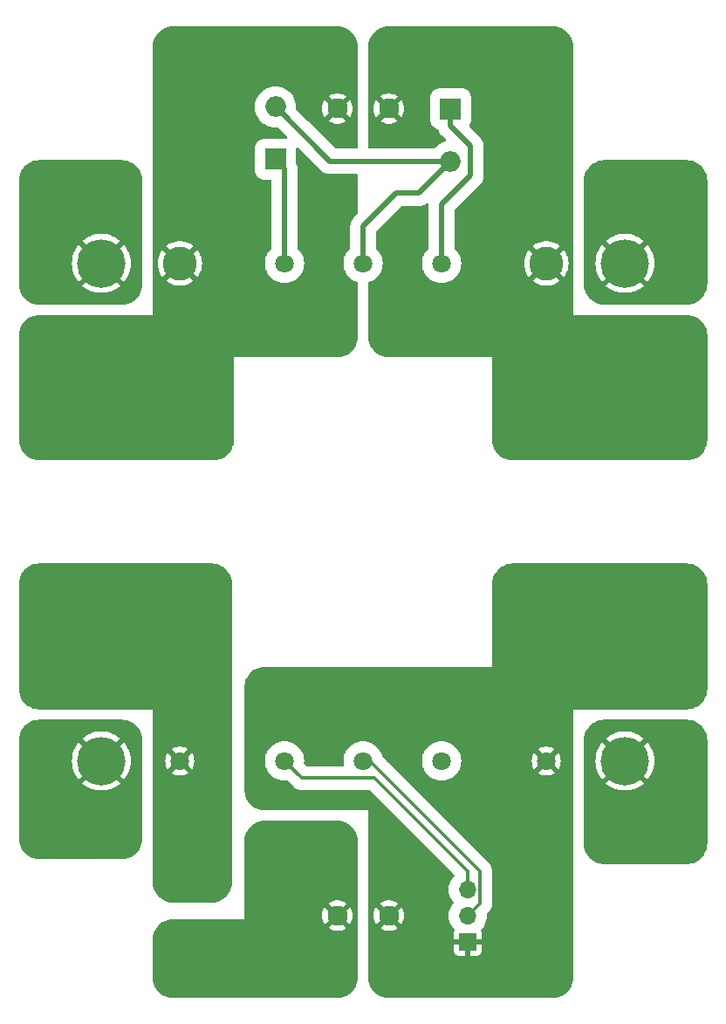
<source format=gbr>
%TF.GenerationSoftware,KiCad,Pcbnew,7.0.1*%
%TF.CreationDate,2023-05-04T12:41:10+02:00*%
%TF.ProjectId,traco_breakout_minimal,74726163-6f5f-4627-9265-616b6f75745f,rev?*%
%TF.SameCoordinates,Original*%
%TF.FileFunction,Copper,L1,Top*%
%TF.FilePolarity,Positive*%
%FSLAX46Y46*%
G04 Gerber Fmt 4.6, Leading zero omitted, Abs format (unit mm)*
G04 Created by KiCad (PCBNEW 7.0.1) date 2023-05-04 12:41:10*
%MOMM*%
%LPD*%
G01*
G04 APERTURE LIST*
%TA.AperFunction,ComponentPad*%
%ADD10R,1.700000X1.700000*%
%TD*%
%TA.AperFunction,ComponentPad*%
%ADD11O,1.700000X1.700000*%
%TD*%
%TA.AperFunction,ComponentPad*%
%ADD12C,1.950000*%
%TD*%
%TA.AperFunction,ComponentPad*%
%ADD13C,1.800000*%
%TD*%
%TA.AperFunction,ComponentPad*%
%ADD14C,3.300000*%
%TD*%
%TA.AperFunction,ComponentPad*%
%ADD15C,4.700000*%
%TD*%
%TA.AperFunction,SMDPad,CuDef*%
%ADD16R,2.730000X2.040000*%
%TD*%
%TA.AperFunction,ComponentPad*%
%ADD17R,2.000000X2.000000*%
%TD*%
%TA.AperFunction,ComponentPad*%
%ADD18O,2.000000X2.000000*%
%TD*%
%TA.AperFunction,Conductor*%
%ADD19C,0.500000*%
%TD*%
%TA.AperFunction,Conductor*%
%ADD20C,0.300000*%
%TD*%
G04 APERTURE END LIST*
D10*
%TO.P,J2,1,Pin_1*%
%TO.N,/GND*%
X141160000Y-141690000D03*
D11*
%TO.P,J2,2,Pin_2*%
%TO.N,/SYNC*%
X141160000Y-139150000D03*
%TO.P,J2,3,Pin_3*%
%TO.N,/REMOTE*%
X141160000Y-136610000D03*
%TD*%
D12*
%TO.P,J3,1,1*%
%TO.N,/Vout+*%
X128500000Y-60890000D03*
%TO.P,J3,2,2*%
%TO.N,/Vout-*%
X133500000Y-60890000D03*
%TD*%
%TO.P,J1,1,1*%
%TO.N,/GND*%
X133500000Y-139150000D03*
%TO.P,J1,2,2*%
%TO.N,/Vin*%
X128500000Y-139150000D03*
%TD*%
D13*
%TO.P,PS1,1,-VIN_(GND)*%
%TO.N,/GND*%
X148780000Y-124150000D03*
%TO.P,PS1,2,CASE*%
%TO.N,/shielding*%
X138620000Y-124150000D03*
%TO.P,PS1,3,REMOTE*%
%TO.N,/REMOTE*%
X123380000Y-124150000D03*
%TO.P,PS1,4,+VIN_(VCC)*%
%TO.N,/Vin_fuse*%
X113220000Y-124150000D03*
D14*
%TO.P,PS1,5,-VOUT*%
%TO.N,/Vout-*%
X148780000Y-75890000D03*
D13*
%TO.P,PS1,6,-SENSE*%
%TO.N,Net-(PS1--SENSE)*%
X138620000Y-75890000D03*
%TO.P,PS1,7,TRIM*%
%TO.N,Net-(PS1-TRIM)*%
X131000000Y-75890000D03*
%TO.P,PS1,8,+SENSE*%
%TO.N,Net-(PS1-+SENSE)*%
X123380000Y-75890000D03*
D14*
%TO.P,PS1,9,+VOUT*%
%TO.N,/Vout+*%
X113220000Y-75890000D03*
D13*
%TO.P,PS1,10,SYNC_(ON_DEMAND)*%
%TO.N,/SYNC*%
X131000000Y-124150000D03*
D15*
%TO.P,PS1,MH1,MH1*%
%TO.N,/shielding*%
X156400000Y-124150000D03*
%TO.P,PS1,MH2,MH2*%
X105600000Y-124150000D03*
%TO.P,PS1,MH3,MH3*%
X105600000Y-75890000D03*
%TO.P,PS1,MH4,MH4*%
X156400000Y-75890000D03*
%TD*%
D16*
%TO.P,F1,1,1*%
%TO.N,/Vin*%
X113220000Y-141640000D03*
%TO.P,F1,2,2*%
%TO.N,/Vin_fuse*%
X113220000Y-136660000D03*
%TD*%
D17*
%TO.P,R1,1*%
%TO.N,Net-(PS1-+SENSE)*%
X122500000Y-65800000D03*
D18*
%TO.P,R1,2*%
%TO.N,Net-(PS1-TRIM)*%
X122500000Y-60720000D03*
%TD*%
D17*
%TO.P,R2,1*%
%TO.N,Net-(PS1--SENSE)*%
X139500000Y-60900000D03*
D18*
%TO.P,R2,2*%
%TO.N,Net-(PS1-TRIM)*%
X139500000Y-65980000D03*
%TD*%
D19*
%TO.N,Net-(PS1--SENSE)*%
X139500000Y-62570000D02*
X141430000Y-64500000D01*
X138620000Y-70190000D02*
X138620000Y-75890000D01*
X141430000Y-64500000D02*
X141430000Y-67380000D01*
X139500000Y-60900000D02*
X139500000Y-62570000D01*
X141430000Y-67380000D02*
X138620000Y-70190000D01*
%TO.N,Net-(PS1-TRIM)*%
X139500000Y-65980000D02*
X136380000Y-69100000D01*
X127760000Y-65980000D02*
X122500000Y-60720000D01*
X131000000Y-72310000D02*
X131000000Y-75890000D01*
X134210000Y-69100000D02*
X131000000Y-72310000D01*
X139500000Y-65980000D02*
X127760000Y-65980000D01*
X136380000Y-69100000D02*
X134210000Y-69100000D01*
%TO.N,Net-(PS1-+SENSE)*%
X123380000Y-66680000D02*
X122500000Y-65800000D01*
X123380000Y-75890000D02*
X123380000Y-66680000D01*
D20*
%TO.N,/SYNC*%
X142360000Y-134830000D02*
X131680000Y-124150000D01*
X131680000Y-124150000D02*
X131000000Y-124150000D01*
X141160000Y-139150000D02*
X142360000Y-137950000D01*
X142360000Y-137950000D02*
X142360000Y-134830000D01*
%TO.N,/REMOTE*%
X141160000Y-134860000D02*
X132120000Y-125820000D01*
X125050000Y-125820000D02*
X123380000Y-124150000D01*
X132120000Y-125820000D02*
X125050000Y-125820000D01*
X141160000Y-136610000D02*
X141160000Y-134860000D01*
%TD*%
%TA.AperFunction,Conductor*%
%TO.N,/Vin_fuse*%
G36*
X116304418Y-104990316D02*
G01*
X116575790Y-105009724D01*
X116593291Y-105012241D01*
X116854803Y-105069129D01*
X116871762Y-105074108D01*
X117122524Y-105167638D01*
X117138616Y-105174987D01*
X117373501Y-105303244D01*
X117388375Y-105312802D01*
X117602624Y-105473188D01*
X117615994Y-105484774D01*
X117805225Y-105674005D01*
X117816811Y-105687375D01*
X117977193Y-105901619D01*
X117986758Y-105916503D01*
X118115011Y-106151382D01*
X118122361Y-106167475D01*
X118215888Y-106418229D01*
X118220872Y-106435205D01*
X118277757Y-106696702D01*
X118280275Y-106714214D01*
X118299684Y-106985582D01*
X118300000Y-106994428D01*
X118300000Y-135885572D01*
X118299684Y-135894418D01*
X118280275Y-136165785D01*
X118277757Y-136183297D01*
X118220872Y-136444794D01*
X118215888Y-136461770D01*
X118122361Y-136712524D01*
X118115011Y-136728617D01*
X117986758Y-136963496D01*
X117977193Y-136978380D01*
X117816811Y-137192624D01*
X117805225Y-137205994D01*
X117615994Y-137395225D01*
X117602624Y-137406811D01*
X117388380Y-137567193D01*
X117373496Y-137576758D01*
X117138617Y-137705011D01*
X117122524Y-137712361D01*
X116871770Y-137805888D01*
X116854794Y-137810872D01*
X116593297Y-137867757D01*
X116575785Y-137870275D01*
X116304418Y-137889684D01*
X116295572Y-137890000D01*
X112604428Y-137890000D01*
X112595582Y-137889684D01*
X112324214Y-137870275D01*
X112306702Y-137867757D01*
X112045205Y-137810872D01*
X112028229Y-137805888D01*
X111777475Y-137712361D01*
X111761382Y-137705011D01*
X111526503Y-137576758D01*
X111511619Y-137567193D01*
X111297375Y-137406811D01*
X111284005Y-137395225D01*
X111094774Y-137205994D01*
X111083188Y-137192624D01*
X110922802Y-136978375D01*
X110913244Y-136963501D01*
X110784987Y-136728616D01*
X110777638Y-136712524D01*
X110684108Y-136461762D01*
X110679129Y-136444803D01*
X110622241Y-136183291D01*
X110619724Y-136165785D01*
X110600316Y-135894418D01*
X110600000Y-135885572D01*
X110600000Y-125302351D01*
X112421199Y-125302351D01*
X112451650Y-125326051D01*
X112655700Y-125436477D01*
X112875140Y-125511811D01*
X113103993Y-125550000D01*
X113336007Y-125550000D01*
X113564859Y-125511811D01*
X113784296Y-125436478D01*
X113988353Y-125326048D01*
X114018798Y-125302351D01*
X113220000Y-124503553D01*
X112421199Y-125302351D01*
X110600000Y-125302351D01*
X110600000Y-124150000D01*
X111815201Y-124150000D01*
X111834361Y-124381217D01*
X111891319Y-124606139D01*
X111984516Y-124818609D01*
X112068812Y-124947633D01*
X112866447Y-124150001D01*
X112866447Y-124150000D01*
X113573553Y-124150000D01*
X114371186Y-124947634D01*
X114455483Y-124818607D01*
X114548680Y-124606138D01*
X114605638Y-124381217D01*
X114624798Y-124150000D01*
X114605638Y-123918782D01*
X114548680Y-123693860D01*
X114455484Y-123481392D01*
X114371186Y-123352364D01*
X113573553Y-124150000D01*
X112866447Y-124150000D01*
X112068812Y-123352365D01*
X111984516Y-123481390D01*
X111891319Y-123693860D01*
X111834361Y-123918782D01*
X111815201Y-124150000D01*
X110600000Y-124150000D01*
X110600000Y-122997647D01*
X112421200Y-122997647D01*
X113220000Y-123796447D01*
X113220001Y-123796447D01*
X114018799Y-122997648D01*
X114018799Y-122997647D01*
X113988349Y-122973948D01*
X113784299Y-122863522D01*
X113564859Y-122788188D01*
X113336007Y-122750000D01*
X113103993Y-122750000D01*
X112875140Y-122788188D01*
X112655703Y-122863521D01*
X112451645Y-122973952D01*
X112421200Y-122997646D01*
X112421200Y-122997647D01*
X110600000Y-122997647D01*
X110600000Y-121149999D01*
X110600000Y-119150000D01*
X108600001Y-119150000D01*
X99604428Y-119150000D01*
X99595582Y-119149684D01*
X99324214Y-119130275D01*
X99306702Y-119127757D01*
X99045205Y-119070872D01*
X99028229Y-119065888D01*
X98777475Y-118972361D01*
X98761382Y-118965011D01*
X98526503Y-118836758D01*
X98511619Y-118827193D01*
X98297375Y-118666811D01*
X98284005Y-118655225D01*
X98094774Y-118465994D01*
X98083188Y-118452624D01*
X97922802Y-118238375D01*
X97913244Y-118223501D01*
X97784987Y-117988616D01*
X97777638Y-117972524D01*
X97684108Y-117721762D01*
X97679129Y-117704803D01*
X97622241Y-117443291D01*
X97619724Y-117425785D01*
X97600316Y-117154418D01*
X97600000Y-117145572D01*
X97600000Y-106994428D01*
X97600316Y-106985582D01*
X97619724Y-106714214D01*
X97622240Y-106696710D01*
X97679130Y-106435192D01*
X97684107Y-106418241D01*
X97777640Y-106167470D01*
X97784985Y-106151388D01*
X97913248Y-105916491D01*
X97922798Y-105901630D01*
X98083195Y-105687366D01*
X98094767Y-105674012D01*
X98284012Y-105484767D01*
X98297366Y-105473195D01*
X98511630Y-105312798D01*
X98526491Y-105303248D01*
X98761388Y-105174985D01*
X98777470Y-105167640D01*
X99028241Y-105074107D01*
X99045192Y-105069130D01*
X99306710Y-105012240D01*
X99324207Y-105009724D01*
X99595581Y-104990316D01*
X99604428Y-104990000D01*
X116295572Y-104990000D01*
X116304418Y-104990316D01*
G37*
%TD.AperFunction*%
%TD*%
%TA.AperFunction,Conductor*%
%TO.N,/shielding*%
G36*
X107604418Y-120150316D02*
G01*
X107875790Y-120169724D01*
X107893291Y-120172241D01*
X108154803Y-120229129D01*
X108171762Y-120234108D01*
X108422524Y-120327638D01*
X108438616Y-120334987D01*
X108673501Y-120463244D01*
X108688375Y-120472802D01*
X108902624Y-120633188D01*
X108915994Y-120644774D01*
X109105225Y-120834005D01*
X109116811Y-120847375D01*
X109277193Y-121061619D01*
X109286758Y-121076503D01*
X109415011Y-121311382D01*
X109422361Y-121327475D01*
X109515888Y-121578229D01*
X109520872Y-121595205D01*
X109577757Y-121856702D01*
X109580275Y-121874214D01*
X109599684Y-122145582D01*
X109600000Y-122154428D01*
X109600000Y-131645572D01*
X109599684Y-131654418D01*
X109580275Y-131925785D01*
X109577757Y-131943297D01*
X109520872Y-132204794D01*
X109515888Y-132221770D01*
X109422361Y-132472524D01*
X109415011Y-132488617D01*
X109286758Y-132723496D01*
X109277193Y-132738380D01*
X109116811Y-132952624D01*
X109105225Y-132965994D01*
X108915994Y-133155225D01*
X108902624Y-133166811D01*
X108688380Y-133327193D01*
X108673496Y-133336758D01*
X108438617Y-133465011D01*
X108422524Y-133472361D01*
X108171770Y-133565888D01*
X108154794Y-133570872D01*
X107893297Y-133627757D01*
X107875785Y-133630275D01*
X107604418Y-133649684D01*
X107595572Y-133650000D01*
X99604428Y-133650000D01*
X99595582Y-133649684D01*
X99324214Y-133630275D01*
X99306702Y-133627757D01*
X99045205Y-133570872D01*
X99028229Y-133565888D01*
X98777475Y-133472361D01*
X98761382Y-133465011D01*
X98526503Y-133336758D01*
X98511619Y-133327193D01*
X98297375Y-133166811D01*
X98284005Y-133155225D01*
X98094774Y-132965994D01*
X98083188Y-132952624D01*
X97922802Y-132738375D01*
X97913244Y-132723501D01*
X97784987Y-132488616D01*
X97777638Y-132472524D01*
X97684108Y-132221762D01*
X97679129Y-132204803D01*
X97622241Y-131943291D01*
X97619724Y-131925785D01*
X97600316Y-131654418D01*
X97600000Y-131645572D01*
X97600000Y-126334261D01*
X103769289Y-126334261D01*
X103769290Y-126334262D01*
X103895216Y-126439926D01*
X104172584Y-126622355D01*
X104469257Y-126771350D01*
X104781220Y-126884895D01*
X105104265Y-126961458D01*
X105434009Y-127000000D01*
X105765991Y-127000000D01*
X106095734Y-126961458D01*
X106418779Y-126884895D01*
X106730742Y-126771350D01*
X107027415Y-126622355D01*
X107304783Y-126439927D01*
X107430708Y-126334262D01*
X107430709Y-126334261D01*
X105600000Y-124503553D01*
X103769289Y-126334261D01*
X97600000Y-126334261D01*
X97600000Y-124150000D01*
X102745169Y-124150000D01*
X102764473Y-124481426D01*
X102822120Y-124808363D01*
X102917338Y-125126409D01*
X103048832Y-125431247D01*
X103214823Y-125718754D01*
X103412358Y-125984088D01*
X105246447Y-124150000D01*
X105953553Y-124150000D01*
X107787640Y-125984088D01*
X107985176Y-125718754D01*
X108151167Y-125431247D01*
X108282661Y-125126409D01*
X108377879Y-124808363D01*
X108435526Y-124481426D01*
X108454830Y-124150000D01*
X108435526Y-123818573D01*
X108377879Y-123491636D01*
X108282661Y-123173590D01*
X108151167Y-122868752D01*
X107985176Y-122581245D01*
X107787640Y-122315910D01*
X105953553Y-124150000D01*
X105246447Y-124150000D01*
X103412357Y-122315910D01*
X103214826Y-122581241D01*
X103048832Y-122868752D01*
X102917338Y-123173590D01*
X102822120Y-123491636D01*
X102764473Y-123818573D01*
X102745169Y-124150000D01*
X97600000Y-124150000D01*
X97600000Y-122154428D01*
X97600316Y-122145582D01*
X97601131Y-122134180D01*
X97613178Y-121965736D01*
X103769289Y-121965736D01*
X105600000Y-123796447D01*
X105600001Y-123796447D01*
X107430709Y-121965737D01*
X107430708Y-121965736D01*
X107304783Y-121860073D01*
X107027415Y-121677644D01*
X106730742Y-121528649D01*
X106418779Y-121415104D01*
X106095734Y-121338541D01*
X105765991Y-121300000D01*
X105434009Y-121300000D01*
X105104265Y-121338541D01*
X104781220Y-121415104D01*
X104469257Y-121528649D01*
X104172584Y-121677644D01*
X103895216Y-121860072D01*
X103769289Y-121965736D01*
X97613178Y-121965736D01*
X97619724Y-121874207D01*
X97622240Y-121856710D01*
X97679130Y-121595192D01*
X97684107Y-121578241D01*
X97777640Y-121327470D01*
X97784985Y-121311388D01*
X97913248Y-121076491D01*
X97922798Y-121061630D01*
X98083195Y-120847366D01*
X98094767Y-120834012D01*
X98284012Y-120644767D01*
X98297366Y-120633195D01*
X98511630Y-120472798D01*
X98526491Y-120463248D01*
X98761388Y-120334985D01*
X98777470Y-120327640D01*
X99028241Y-120234107D01*
X99045192Y-120229130D01*
X99306710Y-120172240D01*
X99324207Y-120169724D01*
X99595581Y-120150316D01*
X99604428Y-120150000D01*
X107595572Y-120150000D01*
X107604418Y-120150316D01*
G37*
%TD.AperFunction*%
%TD*%
%TA.AperFunction,Conductor*%
%TO.N,/GND*%
G36*
X162404418Y-105000316D02*
G01*
X162675790Y-105019724D01*
X162693291Y-105022241D01*
X162954803Y-105079129D01*
X162971762Y-105084108D01*
X163222524Y-105177638D01*
X163238616Y-105184987D01*
X163473501Y-105313244D01*
X163488375Y-105322802D01*
X163702624Y-105483188D01*
X163715994Y-105494774D01*
X163905225Y-105684005D01*
X163916811Y-105697375D01*
X164077193Y-105911619D01*
X164086758Y-105926503D01*
X164215011Y-106161382D01*
X164222361Y-106177475D01*
X164315888Y-106428229D01*
X164320872Y-106445205D01*
X164377757Y-106706702D01*
X164380275Y-106724214D01*
X164399684Y-106995582D01*
X164400000Y-107004428D01*
X164400000Y-117145572D01*
X164399684Y-117154418D01*
X164380275Y-117425785D01*
X164377757Y-117443297D01*
X164320872Y-117704794D01*
X164315888Y-117721770D01*
X164222361Y-117972524D01*
X164215011Y-117988617D01*
X164086758Y-118223496D01*
X164077193Y-118238380D01*
X163916811Y-118452624D01*
X163905225Y-118465994D01*
X163715994Y-118655225D01*
X163702624Y-118666811D01*
X163488380Y-118827193D01*
X163473496Y-118836758D01*
X163238617Y-118965011D01*
X163222524Y-118972361D01*
X162971770Y-119065888D01*
X162954794Y-119070872D01*
X162693297Y-119127757D01*
X162675785Y-119130275D01*
X162404418Y-119149684D01*
X162395572Y-119150000D01*
X151400000Y-119150000D01*
X151400000Y-121149999D01*
X151400000Y-145145572D01*
X151399684Y-145154418D01*
X151380275Y-145425785D01*
X151377757Y-145443297D01*
X151320872Y-145704794D01*
X151315888Y-145721770D01*
X151222361Y-145972524D01*
X151215011Y-145988617D01*
X151086758Y-146223496D01*
X151077193Y-146238380D01*
X150916811Y-146452624D01*
X150905225Y-146465994D01*
X150715994Y-146655225D01*
X150702624Y-146666811D01*
X150488380Y-146827193D01*
X150473496Y-146836758D01*
X150238617Y-146965011D01*
X150222524Y-146972361D01*
X149971770Y-147065888D01*
X149954794Y-147070872D01*
X149693297Y-147127757D01*
X149675785Y-147130275D01*
X149404418Y-147149684D01*
X149395572Y-147150000D01*
X133504428Y-147150000D01*
X133495582Y-147149684D01*
X133224214Y-147130275D01*
X133206702Y-147127757D01*
X132945205Y-147070872D01*
X132928229Y-147065888D01*
X132677475Y-146972361D01*
X132661382Y-146965011D01*
X132426503Y-146836758D01*
X132411619Y-146827193D01*
X132197375Y-146666811D01*
X132184005Y-146655225D01*
X131994774Y-146465994D01*
X131983188Y-146452624D01*
X131822802Y-146238375D01*
X131813244Y-146223501D01*
X131684987Y-145988616D01*
X131677638Y-145972524D01*
X131584108Y-145721762D01*
X131579129Y-145704803D01*
X131522241Y-145443291D01*
X131519724Y-145425785D01*
X131500316Y-145154418D01*
X131500000Y-145145572D01*
X131500000Y-141940000D01*
X139810000Y-141940000D01*
X139810000Y-142587824D01*
X139816402Y-142647375D01*
X139866647Y-142782089D01*
X139952811Y-142897188D01*
X140067910Y-142983352D01*
X140202624Y-143033597D01*
X140262176Y-143040000D01*
X140910000Y-143040000D01*
X140910000Y-141940000D01*
X141410000Y-141940000D01*
X141410000Y-143040000D01*
X142057824Y-143040000D01*
X142117375Y-143033597D01*
X142252089Y-142983352D01*
X142367188Y-142897188D01*
X142453352Y-142782089D01*
X142503597Y-142647375D01*
X142510000Y-142587824D01*
X142510000Y-141940000D01*
X141410000Y-141940000D01*
X140910000Y-141940000D01*
X139810000Y-141940000D01*
X131500000Y-141940000D01*
X131500000Y-140355793D01*
X132647757Y-140355793D01*
X132647758Y-140355794D01*
X132690484Y-140389050D01*
X132905473Y-140505396D01*
X133136665Y-140584766D01*
X133377778Y-140625000D01*
X133622222Y-140625000D01*
X133863334Y-140584766D01*
X134094526Y-140505396D01*
X134309515Y-140389050D01*
X134352240Y-140355794D01*
X134352241Y-140355793D01*
X133500000Y-139503553D01*
X132647757Y-140355793D01*
X131500000Y-140355793D01*
X131500000Y-139150000D01*
X132019944Y-139150000D01*
X132040130Y-139393604D01*
X132100139Y-139630574D01*
X132198330Y-139854428D01*
X132294626Y-140001820D01*
X133146447Y-139150001D01*
X133146447Y-139150000D01*
X133853553Y-139150000D01*
X134705372Y-140001820D01*
X134801668Y-139854429D01*
X134899860Y-139630574D01*
X134959869Y-139393604D01*
X134980055Y-139149999D01*
X134959869Y-138906395D01*
X134899860Y-138669425D01*
X134801669Y-138445571D01*
X134705372Y-138298178D01*
X133853553Y-139150000D01*
X133146447Y-139150000D01*
X132294625Y-138298178D01*
X132198329Y-138445571D01*
X132100139Y-138669424D01*
X132040130Y-138906395D01*
X132019944Y-139150000D01*
X131500000Y-139150000D01*
X131500000Y-137944205D01*
X132647758Y-137944205D01*
X133500000Y-138796447D01*
X133500001Y-138796447D01*
X134352240Y-137944205D01*
X134309514Y-137910949D01*
X134094526Y-137794603D01*
X133863334Y-137715233D01*
X133622222Y-137675000D01*
X133377778Y-137675000D01*
X133136665Y-137715233D01*
X132905473Y-137794603D01*
X132690485Y-137910949D01*
X132647758Y-137944205D01*
X131500000Y-137944205D01*
X131500000Y-130949999D01*
X131500000Y-128950000D01*
X129500001Y-128950000D01*
X121504428Y-128950000D01*
X121495582Y-128949684D01*
X121224214Y-128930275D01*
X121206702Y-128927757D01*
X120945205Y-128870872D01*
X120928229Y-128865888D01*
X120677475Y-128772361D01*
X120661382Y-128765011D01*
X120426503Y-128636758D01*
X120411619Y-128627193D01*
X120197375Y-128466811D01*
X120184005Y-128455225D01*
X119994774Y-128265994D01*
X119983188Y-128252624D01*
X119822802Y-128038375D01*
X119813244Y-128023501D01*
X119684987Y-127788616D01*
X119677638Y-127772524D01*
X119584108Y-127521762D01*
X119579129Y-127504803D01*
X119522241Y-127243291D01*
X119519724Y-127225785D01*
X119500316Y-126954418D01*
X119500000Y-126945572D01*
X119500000Y-124149999D01*
X121474644Y-124149999D01*
X121494039Y-124421161D01*
X121551823Y-124686796D01*
X121551825Y-124686801D01*
X121646828Y-124941513D01*
X121646830Y-124941517D01*
X121646831Y-124941519D01*
X121777109Y-125180108D01*
X121832219Y-125253726D01*
X121940029Y-125397742D01*
X122132258Y-125589971D01*
X122348281Y-125751685D01*
X122349891Y-125752890D01*
X122545802Y-125859864D01*
X122588487Y-125883172D01*
X122843199Y-125978175D01*
X122843202Y-125978175D01*
X122843203Y-125978176D01*
X122892852Y-125988976D01*
X123108840Y-126035961D01*
X123359110Y-126053860D01*
X123379999Y-126055355D01*
X123379999Y-126055354D01*
X123380000Y-126055355D01*
X123583241Y-126040818D01*
X123635421Y-126048320D01*
X123679769Y-126076821D01*
X124215635Y-126612687D01*
X124219591Y-126616829D01*
X124271594Y-126673873D01*
X124333158Y-126720364D01*
X124337649Y-126723921D01*
X124397025Y-126773227D01*
X124412880Y-126782058D01*
X124427270Y-126791434D01*
X124441745Y-126802366D01*
X124488354Y-126825574D01*
X124510838Y-126836770D01*
X124515863Y-126839418D01*
X124583298Y-126876979D01*
X124600502Y-126882745D01*
X124616368Y-126889317D01*
X124621982Y-126892112D01*
X124632611Y-126897405D01*
X124706869Y-126918533D01*
X124712247Y-126920198D01*
X124785464Y-126944739D01*
X124803436Y-126947245D01*
X124820228Y-126950787D01*
X124837690Y-126955756D01*
X124914525Y-126962875D01*
X124920210Y-126963534D01*
X124996638Y-126974196D01*
X125073727Y-126970632D01*
X125079454Y-126970500D01*
X131592085Y-126970500D01*
X131639538Y-126979939D01*
X131679766Y-127006819D01*
X139825291Y-135152344D01*
X139857385Y-135207931D01*
X139857385Y-135272118D01*
X139825292Y-135327706D01*
X139757913Y-135395085D01*
X139599282Y-135606990D01*
X139472428Y-135839307D01*
X139472426Y-135839311D01*
X139426174Y-135963316D01*
X139379921Y-136087326D01*
X139323657Y-136345972D01*
X139304772Y-136609999D01*
X139323657Y-136874027D01*
X139379921Y-137132673D01*
X139379923Y-137132678D01*
X139472426Y-137380689D01*
X139472428Y-137380692D01*
X139599284Y-137613012D01*
X139743521Y-137805690D01*
X139765420Y-137853642D01*
X139765420Y-137906358D01*
X139743521Y-137954310D01*
X139599284Y-138146987D01*
X139522456Y-138287688D01*
X139472426Y-138379311D01*
X139433337Y-138484113D01*
X139379921Y-138627326D01*
X139323657Y-138885972D01*
X139304772Y-139149999D01*
X139323657Y-139414027D01*
X139379921Y-139672673D01*
X139379923Y-139672678D01*
X139472426Y-139920689D01*
X139472428Y-139920692D01*
X139599282Y-140153009D01*
X139650003Y-140220764D01*
X139757913Y-140364915D01*
X139757915Y-140364917D01*
X139844054Y-140451056D01*
X139877539Y-140512379D01*
X139872555Y-140582070D01*
X139816402Y-140732622D01*
X139810000Y-140792176D01*
X139810000Y-141440000D01*
X142510000Y-141440000D01*
X142510000Y-140792176D01*
X142503597Y-140732624D01*
X142447444Y-140582071D01*
X142439661Y-140535786D01*
X142449638Y-140489924D01*
X142475940Y-140451061D01*
X142562087Y-140364915D01*
X142720716Y-140153011D01*
X142847574Y-139920689D01*
X142940077Y-139672678D01*
X142996343Y-139414026D01*
X143015227Y-139150000D01*
X143004036Y-138993539D01*
X143011538Y-138941360D01*
X143040037Y-138897014D01*
X143152719Y-138784332D01*
X143156841Y-138780397D01*
X143213872Y-138728407D01*
X143260405Y-138666786D01*
X143263915Y-138662357D01*
X143293008Y-138627322D01*
X143313226Y-138602975D01*
X143322056Y-138587120D01*
X143331430Y-138572734D01*
X143342366Y-138558255D01*
X143376764Y-138489170D01*
X143379431Y-138484113D01*
X143416978Y-138416703D01*
X143416979Y-138416702D01*
X143422747Y-138399490D01*
X143429317Y-138383631D01*
X143437404Y-138367391D01*
X143457097Y-138298178D01*
X143458528Y-138293147D01*
X143460206Y-138287729D01*
X143484739Y-138214537D01*
X143487245Y-138196560D01*
X143490789Y-138179761D01*
X143495756Y-138162310D01*
X143502876Y-138085455D01*
X143503536Y-138079772D01*
X143503611Y-138079236D01*
X143514195Y-138003362D01*
X143510632Y-137926286D01*
X143510500Y-137920561D01*
X143510500Y-134859454D01*
X143510632Y-134853728D01*
X143510659Y-134853124D01*
X143514196Y-134776638D01*
X143503534Y-134700210D01*
X143502875Y-134694522D01*
X143495756Y-134617694D01*
X143495756Y-134617690D01*
X143490787Y-134600228D01*
X143487245Y-134583436D01*
X143484739Y-134565464D01*
X143460198Y-134492247D01*
X143458533Y-134486869D01*
X143437405Y-134412611D01*
X143429317Y-134396368D01*
X143422744Y-134380500D01*
X143416979Y-134363298D01*
X143379418Y-134295863D01*
X143376770Y-134290838D01*
X143365574Y-134268354D01*
X143342366Y-134221745D01*
X143331434Y-134207270D01*
X143322058Y-134192880D01*
X143313227Y-134177025D01*
X143263921Y-134117649D01*
X143260364Y-134113158D01*
X143213873Y-134051594D01*
X143156829Y-133999591D01*
X143152687Y-133995635D01*
X133307052Y-124149999D01*
X136714644Y-124149999D01*
X136734039Y-124421161D01*
X136791823Y-124686796D01*
X136791825Y-124686801D01*
X136886828Y-124941513D01*
X136886830Y-124941517D01*
X136886831Y-124941519D01*
X137017109Y-125180108D01*
X137072219Y-125253726D01*
X137180029Y-125397742D01*
X137372258Y-125589971D01*
X137588281Y-125751685D01*
X137589891Y-125752890D01*
X137785802Y-125859864D01*
X137828487Y-125883172D01*
X138083199Y-125978175D01*
X138083202Y-125978175D01*
X138083203Y-125978176D01*
X138132852Y-125988976D01*
X138348840Y-126035961D01*
X138620000Y-126055355D01*
X138891160Y-126035961D01*
X139156801Y-125978175D01*
X139411513Y-125883172D01*
X139650113Y-125752887D01*
X139867742Y-125589971D01*
X140059971Y-125397742D01*
X140131380Y-125302351D01*
X147981199Y-125302351D01*
X148011650Y-125326051D01*
X148215700Y-125436477D01*
X148435140Y-125511811D01*
X148663993Y-125550000D01*
X148896007Y-125550000D01*
X149124859Y-125511811D01*
X149344296Y-125436478D01*
X149548353Y-125326048D01*
X149578798Y-125302351D01*
X148780000Y-124503553D01*
X147981199Y-125302351D01*
X140131380Y-125302351D01*
X140222887Y-125180113D01*
X140353172Y-124941513D01*
X140448175Y-124686801D01*
X140505961Y-124421160D01*
X140525355Y-124150000D01*
X140525355Y-124149999D01*
X147375201Y-124149999D01*
X147394361Y-124381217D01*
X147451319Y-124606139D01*
X147544516Y-124818609D01*
X147628812Y-124947633D01*
X148426447Y-124150001D01*
X148426447Y-124150000D01*
X149133553Y-124150000D01*
X149931186Y-124947634D01*
X150015483Y-124818607D01*
X150108680Y-124606138D01*
X150165638Y-124381217D01*
X150184798Y-124149999D01*
X150165638Y-123918782D01*
X150108680Y-123693860D01*
X150015484Y-123481392D01*
X149931186Y-123352364D01*
X149133553Y-124150000D01*
X148426447Y-124150000D01*
X147628812Y-123352365D01*
X147544516Y-123481390D01*
X147451319Y-123693860D01*
X147394361Y-123918782D01*
X147375201Y-124149999D01*
X140525355Y-124149999D01*
X140505961Y-123878840D01*
X140448175Y-123613199D01*
X140353172Y-123358487D01*
X140329864Y-123315802D01*
X140222890Y-123119891D01*
X140131379Y-122997648D01*
X140131378Y-122997647D01*
X147981200Y-122997647D01*
X148780000Y-123796447D01*
X148780001Y-123796447D01*
X149578799Y-122997648D01*
X149578799Y-122997647D01*
X149548349Y-122973948D01*
X149344299Y-122863522D01*
X149124859Y-122788188D01*
X148896007Y-122750000D01*
X148663993Y-122750000D01*
X148435140Y-122788188D01*
X148215703Y-122863521D01*
X148011645Y-122973952D01*
X147981200Y-122997646D01*
X147981200Y-122997647D01*
X140131378Y-122997647D01*
X140059971Y-122902258D01*
X139867742Y-122710029D01*
X139650113Y-122547113D01*
X139650114Y-122547113D01*
X139650108Y-122547109D01*
X139411519Y-122416831D01*
X139411517Y-122416830D01*
X139411513Y-122416828D01*
X139156801Y-122321825D01*
X139156796Y-122321823D01*
X138891161Y-122264039D01*
X138620000Y-122244644D01*
X138348838Y-122264039D01*
X138083203Y-122321823D01*
X137938956Y-122375624D01*
X137828487Y-122416828D01*
X137828484Y-122416829D01*
X137828480Y-122416831D01*
X137589891Y-122547109D01*
X137372255Y-122710031D01*
X137180031Y-122902255D01*
X137017109Y-123119891D01*
X136886831Y-123358480D01*
X136791823Y-123613203D01*
X136734039Y-123878838D01*
X136714644Y-124149999D01*
X133307052Y-124149999D01*
X132870023Y-123712970D01*
X132848871Y-123684715D01*
X132836539Y-123651652D01*
X132828175Y-123613199D01*
X132733172Y-123358487D01*
X132709864Y-123315802D01*
X132602890Y-123119891D01*
X132511379Y-122997648D01*
X132439971Y-122902258D01*
X132247742Y-122710029D01*
X132030113Y-122547113D01*
X132030114Y-122547113D01*
X132030108Y-122547109D01*
X131791519Y-122416831D01*
X131791517Y-122416830D01*
X131791513Y-122416828D01*
X131536801Y-122321825D01*
X131536796Y-122321823D01*
X131271161Y-122264039D01*
X131000000Y-122244644D01*
X130728838Y-122264039D01*
X130463203Y-122321823D01*
X130318956Y-122375624D01*
X130208487Y-122416828D01*
X130208484Y-122416829D01*
X130208480Y-122416831D01*
X129969891Y-122547109D01*
X129752255Y-122710031D01*
X129560031Y-122902255D01*
X129397109Y-123119891D01*
X129266831Y-123358480D01*
X129171823Y-123613203D01*
X129114039Y-123878838D01*
X129094644Y-124149999D01*
X129114039Y-124421162D01*
X129135353Y-124519143D01*
X129134863Y-124574017D01*
X129110738Y-124623307D01*
X129067703Y-124657357D01*
X129014187Y-124669500D01*
X125577914Y-124669500D01*
X125530461Y-124660061D01*
X125490233Y-124633181D01*
X125306821Y-124449769D01*
X125278320Y-124405421D01*
X125270818Y-124353241D01*
X125285355Y-124149999D01*
X125283860Y-124129110D01*
X125265961Y-123878840D01*
X125208175Y-123613199D01*
X125113172Y-123358487D01*
X125089864Y-123315802D01*
X124982890Y-123119891D01*
X124891379Y-122997648D01*
X124819971Y-122902258D01*
X124627742Y-122710029D01*
X124410113Y-122547113D01*
X124410114Y-122547113D01*
X124410108Y-122547109D01*
X124171519Y-122416831D01*
X124171517Y-122416830D01*
X124171513Y-122416828D01*
X123916801Y-122321825D01*
X123916796Y-122321823D01*
X123651161Y-122264039D01*
X123380000Y-122244644D01*
X123108838Y-122264039D01*
X122843203Y-122321823D01*
X122698956Y-122375624D01*
X122588487Y-122416828D01*
X122588484Y-122416829D01*
X122588480Y-122416831D01*
X122349891Y-122547109D01*
X122132255Y-122710031D01*
X121940031Y-122902255D01*
X121777109Y-123119891D01*
X121646831Y-123358480D01*
X121551823Y-123613203D01*
X121494039Y-123878838D01*
X121474644Y-124149999D01*
X119500000Y-124149999D01*
X119500000Y-117004428D01*
X119500316Y-116995582D01*
X119519724Y-116724214D01*
X119522240Y-116706710D01*
X119579130Y-116445192D01*
X119584107Y-116428241D01*
X119677640Y-116177470D01*
X119684985Y-116161388D01*
X119813248Y-115926491D01*
X119822798Y-115911630D01*
X119983195Y-115697366D01*
X119994767Y-115684012D01*
X120184012Y-115494767D01*
X120197366Y-115483195D01*
X120411630Y-115322798D01*
X120426491Y-115313248D01*
X120661388Y-115184985D01*
X120677470Y-115177640D01*
X120928241Y-115084107D01*
X120945192Y-115079130D01*
X121206710Y-115022240D01*
X121224207Y-115019724D01*
X121495581Y-115000316D01*
X121504428Y-115000000D01*
X141510001Y-115000000D01*
X143510000Y-115000000D01*
X143510000Y-107004428D01*
X143510316Y-106995582D01*
X143529724Y-106724214D01*
X143532240Y-106706710D01*
X143589130Y-106445192D01*
X143594107Y-106428241D01*
X143687640Y-106177470D01*
X143694985Y-106161388D01*
X143823248Y-105926491D01*
X143832798Y-105911630D01*
X143993195Y-105697366D01*
X144004767Y-105684012D01*
X144194012Y-105494767D01*
X144207366Y-105483195D01*
X144421630Y-105322798D01*
X144436491Y-105313248D01*
X144671388Y-105184985D01*
X144687470Y-105177640D01*
X144938241Y-105084107D01*
X144955192Y-105079130D01*
X145216710Y-105022240D01*
X145234207Y-105019724D01*
X145505581Y-105000316D01*
X145514428Y-105000000D01*
X162395572Y-105000000D01*
X162404418Y-105000316D01*
G37*
%TD.AperFunction*%
%TD*%
%TA.AperFunction,Conductor*%
%TO.N,/Vout-*%
G36*
X149404418Y-52880316D02*
G01*
X149675790Y-52899724D01*
X149693291Y-52902241D01*
X149954803Y-52959129D01*
X149971762Y-52964108D01*
X150222524Y-53057638D01*
X150238616Y-53064987D01*
X150473501Y-53193244D01*
X150488375Y-53202802D01*
X150702624Y-53363188D01*
X150715994Y-53374774D01*
X150905225Y-53564005D01*
X150916811Y-53577375D01*
X151077193Y-53791619D01*
X151086758Y-53806503D01*
X151215011Y-54041382D01*
X151222361Y-54057475D01*
X151315888Y-54308229D01*
X151320872Y-54325205D01*
X151377757Y-54586702D01*
X151380275Y-54604214D01*
X151399684Y-54875582D01*
X151400000Y-54884428D01*
X151400000Y-80880000D01*
X162395572Y-80880000D01*
X162404418Y-80880316D01*
X162675790Y-80899724D01*
X162693291Y-80902241D01*
X162954803Y-80959129D01*
X162971762Y-80964108D01*
X163222524Y-81057638D01*
X163238616Y-81064987D01*
X163473501Y-81193244D01*
X163488375Y-81202802D01*
X163702624Y-81363188D01*
X163715994Y-81374774D01*
X163905225Y-81564005D01*
X163916811Y-81577375D01*
X164077193Y-81791619D01*
X164086758Y-81806503D01*
X164215011Y-82041382D01*
X164222361Y-82057475D01*
X164315888Y-82308229D01*
X164320872Y-82325205D01*
X164377757Y-82586702D01*
X164380275Y-82604214D01*
X164399684Y-82875582D01*
X164400000Y-82884428D01*
X164400000Y-92995572D01*
X164399684Y-93004418D01*
X164380275Y-93275785D01*
X164377757Y-93293297D01*
X164320872Y-93554794D01*
X164315888Y-93571770D01*
X164222361Y-93822524D01*
X164215011Y-93838617D01*
X164086758Y-94073496D01*
X164077193Y-94088380D01*
X163916811Y-94302624D01*
X163905225Y-94315994D01*
X163715994Y-94505225D01*
X163702624Y-94516811D01*
X163488380Y-94677193D01*
X163473496Y-94686758D01*
X163238617Y-94815011D01*
X163222524Y-94822361D01*
X162971770Y-94915888D01*
X162954794Y-94920872D01*
X162693297Y-94977757D01*
X162675785Y-94980275D01*
X162404418Y-94999684D01*
X162395572Y-95000000D01*
X145514428Y-95000000D01*
X145505582Y-94999684D01*
X145234214Y-94980275D01*
X145216702Y-94977757D01*
X144955205Y-94920872D01*
X144938229Y-94915888D01*
X144687475Y-94822361D01*
X144671382Y-94815011D01*
X144436503Y-94686758D01*
X144421619Y-94677193D01*
X144207375Y-94516811D01*
X144194005Y-94505225D01*
X144004774Y-94315994D01*
X143993188Y-94302624D01*
X143832802Y-94088375D01*
X143823244Y-94073501D01*
X143694987Y-93838616D01*
X143687638Y-93822524D01*
X143594108Y-93571762D01*
X143589129Y-93554803D01*
X143532241Y-93293291D01*
X143529724Y-93275785D01*
X143510316Y-93004418D01*
X143510000Y-92995572D01*
X143510000Y-86999999D01*
X143510000Y-85000000D01*
X141510001Y-85000000D01*
X133504428Y-85000000D01*
X133495582Y-84999684D01*
X133224214Y-84980275D01*
X133206702Y-84977757D01*
X132945205Y-84920872D01*
X132928229Y-84915888D01*
X132677475Y-84822361D01*
X132661382Y-84815011D01*
X132426503Y-84686758D01*
X132411619Y-84677193D01*
X132197375Y-84516811D01*
X132184005Y-84505225D01*
X131994774Y-84315994D01*
X131983188Y-84302624D01*
X131822802Y-84088375D01*
X131813244Y-84073501D01*
X131684987Y-83838616D01*
X131677638Y-83822524D01*
X131584108Y-83571762D01*
X131579129Y-83554803D01*
X131522241Y-83293291D01*
X131519724Y-83275785D01*
X131500316Y-83004418D01*
X131500000Y-82995572D01*
X131500000Y-77817995D01*
X131510012Y-77769182D01*
X131538430Y-77728252D01*
X131580661Y-77701815D01*
X131791513Y-77623172D01*
X132030113Y-77492887D01*
X132247742Y-77329971D01*
X132439971Y-77137742D01*
X132602887Y-76920113D01*
X132733172Y-76681513D01*
X132828175Y-76426801D01*
X132885961Y-76161160D01*
X132905355Y-75890000D01*
X132885961Y-75618840D01*
X132828175Y-75353199D01*
X132733172Y-75098487D01*
X132696561Y-75031439D01*
X132602890Y-74859891D01*
X132535810Y-74770283D01*
X132439971Y-74642258D01*
X132286819Y-74489106D01*
X132259939Y-74448878D01*
X132250500Y-74401425D01*
X132250500Y-72879336D01*
X132259939Y-72831883D01*
X132286819Y-72791655D01*
X134691655Y-70386819D01*
X134731883Y-70359939D01*
X134779336Y-70350500D01*
X136302814Y-70350500D01*
X136316698Y-70351280D01*
X136351826Y-70355238D01*
X136351826Y-70355237D01*
X136351827Y-70355238D01*
X136417934Y-70350780D01*
X136426274Y-70350500D01*
X136436150Y-70350500D01*
X136436155Y-70350500D01*
X136476800Y-70346841D01*
X136479504Y-70346628D01*
X136576412Y-70340096D01*
X136580652Y-70339027D01*
X136599837Y-70335768D01*
X136604188Y-70335377D01*
X136697856Y-70309525D01*
X136700466Y-70308836D01*
X136794683Y-70285096D01*
X136798658Y-70283290D01*
X136816961Y-70276655D01*
X136821167Y-70275494D01*
X136821167Y-70275493D01*
X136821170Y-70275493D01*
X136908739Y-70233321D01*
X136911165Y-70232187D01*
X136999626Y-70192007D01*
X137003209Y-70189524D01*
X137020039Y-70179723D01*
X137023973Y-70177829D01*
X137102607Y-70120697D01*
X137104798Y-70119143D01*
X137174158Y-70071091D01*
X137236430Y-70049301D01*
X137301066Y-70062535D01*
X137349765Y-70107046D01*
X137368741Y-70170235D01*
X137369469Y-70202637D01*
X137369500Y-70205422D01*
X137369500Y-74401425D01*
X137360061Y-74448878D01*
X137333181Y-74489106D01*
X137180031Y-74642255D01*
X137017109Y-74859891D01*
X136886831Y-75098480D01*
X136791823Y-75353203D01*
X136734039Y-75618838D01*
X136714644Y-75890000D01*
X136734039Y-76161161D01*
X136791823Y-76426796D01*
X136791825Y-76426801D01*
X136886828Y-76681513D01*
X136886830Y-76681517D01*
X136886831Y-76681519D01*
X137017109Y-76920108D01*
X137072219Y-76993726D01*
X137180029Y-77137742D01*
X137372258Y-77329971D01*
X137588281Y-77491685D01*
X137589891Y-77492890D01*
X137785802Y-77599864D01*
X137828487Y-77623172D01*
X138083199Y-77718175D01*
X138083202Y-77718175D01*
X138083203Y-77718176D01*
X138129523Y-77728252D01*
X138348840Y-77775961D01*
X138620000Y-77795355D01*
X138891160Y-77775961D01*
X139156801Y-77718175D01*
X139411513Y-77623172D01*
X139496265Y-77576894D01*
X147446658Y-77576894D01*
X147537244Y-77650593D01*
X147788548Y-77803413D01*
X148058323Y-77920593D01*
X148341549Y-77999950D01*
X148632936Y-78040000D01*
X148927064Y-78040000D01*
X149218450Y-77999950D01*
X149501676Y-77920593D01*
X149771451Y-77803413D01*
X150022760Y-77650590D01*
X150113340Y-77576895D01*
X150113341Y-77576894D01*
X148780001Y-76243553D01*
X148780000Y-76243553D01*
X147446658Y-77576894D01*
X139496265Y-77576894D01*
X139650113Y-77492887D01*
X139867742Y-77329971D01*
X140059971Y-77137742D01*
X140222887Y-76920113D01*
X140353172Y-76681513D01*
X140448175Y-76426801D01*
X140505961Y-76161160D01*
X140525355Y-75890000D01*
X140525355Y-75889999D01*
X146624975Y-75889999D01*
X146645048Y-76183446D01*
X146704888Y-76471417D01*
X146803386Y-76748560D01*
X146938705Y-77009716D01*
X147090991Y-77225453D01*
X148426446Y-75890001D01*
X149133553Y-75890001D01*
X150469007Y-77225453D01*
X150621293Y-77009715D01*
X150756613Y-76748560D01*
X150855111Y-76471417D01*
X150914951Y-76183446D01*
X150935024Y-75889999D01*
X150914951Y-75596553D01*
X150855111Y-75308582D01*
X150756613Y-75031439D01*
X150621294Y-74770283D01*
X150469007Y-74554545D01*
X149133553Y-75890000D01*
X149133553Y-75890001D01*
X148426446Y-75890001D01*
X148426446Y-75890000D01*
X147090991Y-74554545D01*
X147090990Y-74554545D01*
X146938707Y-74770280D01*
X146803386Y-75031439D01*
X146704888Y-75308582D01*
X146645048Y-75596553D01*
X146624975Y-75889999D01*
X140525355Y-75889999D01*
X140505961Y-75618840D01*
X140448175Y-75353199D01*
X140353172Y-75098487D01*
X140316561Y-75031439D01*
X140222890Y-74859891D01*
X140155810Y-74770283D01*
X140059971Y-74642258D01*
X139906819Y-74489106D01*
X139879939Y-74448878D01*
X139870500Y-74401425D01*
X139870500Y-74203104D01*
X147446657Y-74203104D01*
X148780000Y-75536446D01*
X148780001Y-75536446D01*
X150113341Y-74203104D01*
X150022755Y-74129406D01*
X149771451Y-73976586D01*
X149501676Y-73859406D01*
X149218450Y-73780049D01*
X148927064Y-73740000D01*
X148632936Y-73740000D01*
X148341549Y-73780049D01*
X148058323Y-73859406D01*
X147788548Y-73976586D01*
X147537241Y-74129409D01*
X147446657Y-74203104D01*
X139870500Y-74203104D01*
X139870500Y-70759336D01*
X139879939Y-70711883D01*
X139906819Y-70671655D01*
X140836311Y-69742163D01*
X142259672Y-68318801D01*
X142270021Y-68309553D01*
X142297666Y-68287508D01*
X142341261Y-68237608D01*
X142346952Y-68231522D01*
X142353945Y-68224530D01*
X142380158Y-68193130D01*
X142381783Y-68191227D01*
X142445765Y-68117996D01*
X142448008Y-68114240D01*
X142459269Y-68098371D01*
X142462068Y-68095019D01*
X142510008Y-68010529D01*
X142511375Y-68008182D01*
X142561214Y-67924765D01*
X142561215Y-67924764D01*
X142562749Y-67920674D01*
X142570998Y-67903041D01*
X142573153Y-67899245D01*
X142605253Y-67807507D01*
X142606153Y-67805023D01*
X142640307Y-67714024D01*
X142641087Y-67709723D01*
X142646052Y-67690913D01*
X142647498Y-67686783D01*
X142662708Y-67590746D01*
X142663144Y-67588181D01*
X142680500Y-67492547D01*
X142680500Y-67488170D01*
X142682027Y-67468771D01*
X142682710Y-67464460D01*
X142680531Y-67367378D01*
X142680500Y-67364596D01*
X142680500Y-64577176D01*
X142681280Y-64563291D01*
X142685237Y-64528171D01*
X142680781Y-64462077D01*
X142680500Y-64453736D01*
X142680500Y-64443847D01*
X142676844Y-64403226D01*
X142676626Y-64400452D01*
X142670096Y-64303588D01*
X142669028Y-64299352D01*
X142665768Y-64280169D01*
X142665377Y-64275812D01*
X142639533Y-64182169D01*
X142638839Y-64179543D01*
X142615096Y-64085316D01*
X142613290Y-64081340D01*
X142606655Y-64063040D01*
X142605493Y-64058830D01*
X142602916Y-64053479D01*
X142563340Y-63971299D01*
X142562189Y-63968839D01*
X142531669Y-63901646D01*
X142522008Y-63880375D01*
X142521062Y-63879010D01*
X142519517Y-63876780D01*
X142509724Y-63859962D01*
X142509343Y-63859172D01*
X142507829Y-63856027D01*
X142450740Y-63777450D01*
X142449162Y-63775228D01*
X142393820Y-63695346D01*
X142390734Y-63692260D01*
X142378091Y-63677458D01*
X142375522Y-63673922D01*
X142305299Y-63606782D01*
X142303310Y-63604836D01*
X141334555Y-62636081D01*
X141303613Y-62584519D01*
X141300568Y-62524463D01*
X141326134Y-62470041D01*
X141339698Y-62453407D01*
X141433909Y-62273049D01*
X141489886Y-62077418D01*
X141500500Y-61958037D01*
X141500499Y-59841964D01*
X141489886Y-59722582D01*
X141433909Y-59526951D01*
X141339698Y-59346593D01*
X141211109Y-59188891D01*
X141053407Y-59060302D01*
X141053406Y-59060301D01*
X140873050Y-58966091D01*
X140775233Y-58938102D01*
X140677418Y-58910114D01*
X140558037Y-58899500D01*
X140558033Y-58899500D01*
X138441966Y-58899500D01*
X138322582Y-58910114D01*
X138126949Y-58966091D01*
X137946593Y-59060301D01*
X137788891Y-59188891D01*
X137660301Y-59346593D01*
X137566091Y-59526949D01*
X137510114Y-59722582D01*
X137499500Y-59841966D01*
X137499500Y-61958033D01*
X137510114Y-62077417D01*
X137566091Y-62273050D01*
X137614122Y-62365000D01*
X137660302Y-62453407D01*
X137788891Y-62611109D01*
X137946593Y-62739698D01*
X138126951Y-62833909D01*
X138219887Y-62860501D01*
X138274842Y-62893443D01*
X138306017Y-62949418D01*
X138314902Y-62984680D01*
X138316712Y-62988664D01*
X138323342Y-63006950D01*
X138324506Y-63011168D01*
X138366657Y-63098699D01*
X138367835Y-63101217D01*
X138407992Y-63189625D01*
X138410483Y-63193220D01*
X138420271Y-63210029D01*
X138422170Y-63213974D01*
X138479258Y-63292548D01*
X138480868Y-63294817D01*
X138536178Y-63374652D01*
X138539268Y-63377742D01*
X138551905Y-63392537D01*
X138554478Y-63396078D01*
X138554479Y-63396079D01*
X138624699Y-63463216D01*
X138626688Y-63465162D01*
X139006159Y-63844633D01*
X139038626Y-63901646D01*
X139037456Y-63967245D01*
X139002978Y-64023065D01*
X138944843Y-64053479D01*
X138934958Y-64055629D01*
X138666836Y-64155634D01*
X138415686Y-64292772D01*
X138186602Y-64464263D01*
X137984261Y-64666604D01*
X137974376Y-64679810D01*
X137930614Y-64716384D01*
X137875109Y-64729500D01*
X131624000Y-64729500D01*
X131562000Y-64712887D01*
X131516613Y-64667500D01*
X131500000Y-64605500D01*
X131500000Y-62095793D01*
X132647757Y-62095793D01*
X132647758Y-62095794D01*
X132690484Y-62129050D01*
X132905473Y-62245396D01*
X133136665Y-62324766D01*
X133377778Y-62365000D01*
X133622222Y-62365000D01*
X133863334Y-62324766D01*
X134094526Y-62245396D01*
X134309515Y-62129050D01*
X134352240Y-62095794D01*
X134352241Y-62095793D01*
X133500000Y-61243553D01*
X132647757Y-62095793D01*
X131500000Y-62095793D01*
X131500000Y-60890000D01*
X132019944Y-60890000D01*
X132040130Y-61133604D01*
X132100139Y-61370574D01*
X132198330Y-61594428D01*
X132294626Y-61741820D01*
X133146447Y-60890001D01*
X133853553Y-60890001D01*
X134705372Y-61741820D01*
X134801668Y-61594429D01*
X134899860Y-61370574D01*
X134959869Y-61133604D01*
X134980055Y-60889999D01*
X134959869Y-60646395D01*
X134899860Y-60409425D01*
X134801669Y-60185571D01*
X134705372Y-60038178D01*
X133853553Y-60890000D01*
X133853553Y-60890001D01*
X133146447Y-60890001D01*
X133146447Y-60890000D01*
X132294625Y-60038178D01*
X132198329Y-60185571D01*
X132100139Y-60409424D01*
X132040130Y-60646395D01*
X132019944Y-60890000D01*
X131500000Y-60890000D01*
X131500000Y-59684205D01*
X132647758Y-59684205D01*
X133500000Y-60536447D01*
X133500001Y-60536447D01*
X134352240Y-59684205D01*
X134309514Y-59650949D01*
X134094526Y-59534603D01*
X133863334Y-59455233D01*
X133622222Y-59415000D01*
X133377778Y-59415000D01*
X133136665Y-59455233D01*
X132905473Y-59534603D01*
X132690485Y-59650949D01*
X132647758Y-59684205D01*
X131500000Y-59684205D01*
X131500000Y-54884428D01*
X131500316Y-54875582D01*
X131519724Y-54604214D01*
X131522240Y-54586710D01*
X131579130Y-54325192D01*
X131584107Y-54308241D01*
X131677640Y-54057470D01*
X131684985Y-54041388D01*
X131813248Y-53806491D01*
X131822798Y-53791630D01*
X131983195Y-53577366D01*
X131994767Y-53564012D01*
X132184012Y-53374767D01*
X132197366Y-53363195D01*
X132411630Y-53202798D01*
X132426491Y-53193248D01*
X132661388Y-53064985D01*
X132677470Y-53057640D01*
X132928241Y-52964107D01*
X132945192Y-52959130D01*
X133206710Y-52902240D01*
X133224207Y-52899724D01*
X133495581Y-52880316D01*
X133504428Y-52880000D01*
X149395572Y-52880000D01*
X149404418Y-52880316D01*
G37*
%TD.AperFunction*%
%TD*%
%TA.AperFunction,Conductor*%
%TO.N,/shielding*%
G36*
X162404418Y-65880316D02*
G01*
X162675790Y-65899724D01*
X162693291Y-65902241D01*
X162954803Y-65959129D01*
X162971762Y-65964108D01*
X163222524Y-66057638D01*
X163238616Y-66064987D01*
X163473501Y-66193244D01*
X163488375Y-66202802D01*
X163702624Y-66363188D01*
X163715994Y-66374774D01*
X163905225Y-66564005D01*
X163916811Y-66577375D01*
X164077193Y-66791619D01*
X164086758Y-66806503D01*
X164215011Y-67041382D01*
X164222361Y-67057475D01*
X164315888Y-67308229D01*
X164320872Y-67325205D01*
X164377757Y-67586702D01*
X164380275Y-67604214D01*
X164399684Y-67875582D01*
X164400000Y-67884428D01*
X164400000Y-77875572D01*
X164399684Y-77884418D01*
X164380275Y-78155785D01*
X164377757Y-78173297D01*
X164320872Y-78434794D01*
X164315888Y-78451770D01*
X164222361Y-78702524D01*
X164215011Y-78718617D01*
X164086758Y-78953496D01*
X164077193Y-78968380D01*
X163916811Y-79182624D01*
X163905225Y-79195994D01*
X163715994Y-79385225D01*
X163702624Y-79396811D01*
X163488380Y-79557193D01*
X163473496Y-79566758D01*
X163238617Y-79695011D01*
X163222524Y-79702361D01*
X162971770Y-79795888D01*
X162954794Y-79800872D01*
X162693297Y-79857757D01*
X162675785Y-79860275D01*
X162404418Y-79879684D01*
X162395572Y-79880000D01*
X154404428Y-79880000D01*
X154395582Y-79879684D01*
X154124214Y-79860275D01*
X154106702Y-79857757D01*
X153845205Y-79800872D01*
X153828229Y-79795888D01*
X153577475Y-79702361D01*
X153561382Y-79695011D01*
X153326503Y-79566758D01*
X153311619Y-79557193D01*
X153097375Y-79396811D01*
X153084005Y-79385225D01*
X152894774Y-79195994D01*
X152883188Y-79182624D01*
X152722802Y-78968375D01*
X152713244Y-78953501D01*
X152584987Y-78718616D01*
X152577638Y-78702524D01*
X152548684Y-78624895D01*
X152484108Y-78451762D01*
X152479129Y-78434803D01*
X152422241Y-78173291D01*
X152419724Y-78155785D01*
X152413893Y-78074261D01*
X154569289Y-78074261D01*
X154569290Y-78074262D01*
X154695216Y-78179926D01*
X154972584Y-78362355D01*
X155269257Y-78511350D01*
X155581220Y-78624895D01*
X155904265Y-78701458D01*
X156234009Y-78740000D01*
X156565991Y-78740000D01*
X156895734Y-78701458D01*
X157218779Y-78624895D01*
X157530742Y-78511350D01*
X157827415Y-78362355D01*
X158104783Y-78179927D01*
X158230708Y-78074262D01*
X158230709Y-78074261D01*
X156400000Y-76243553D01*
X154569289Y-78074261D01*
X152413893Y-78074261D01*
X152400316Y-77884418D01*
X152400000Y-77875572D01*
X152400000Y-75890000D01*
X153545169Y-75890000D01*
X153564473Y-76221426D01*
X153622120Y-76548363D01*
X153717338Y-76866409D01*
X153848832Y-77171247D01*
X154014823Y-77458754D01*
X154212358Y-77724088D01*
X156046447Y-75890000D01*
X156753553Y-75890000D01*
X158587640Y-77724088D01*
X158785176Y-77458754D01*
X158951167Y-77171247D01*
X159082661Y-76866409D01*
X159177879Y-76548363D01*
X159235526Y-76221426D01*
X159254830Y-75890000D01*
X159235526Y-75558573D01*
X159177879Y-75231636D01*
X159082661Y-74913590D01*
X158951167Y-74608752D01*
X158785176Y-74321245D01*
X158587640Y-74055910D01*
X156753553Y-75890000D01*
X156046447Y-75890000D01*
X154212357Y-74055910D01*
X154014826Y-74321241D01*
X153848832Y-74608752D01*
X153717338Y-74913590D01*
X153622120Y-75231636D01*
X153564473Y-75558573D01*
X153545169Y-75890000D01*
X152400000Y-75890000D01*
X152400000Y-73705736D01*
X154569289Y-73705736D01*
X156400000Y-75536447D01*
X156400001Y-75536447D01*
X158230709Y-73705737D01*
X158230708Y-73705736D01*
X158104783Y-73600073D01*
X157827415Y-73417644D01*
X157530742Y-73268649D01*
X157218779Y-73155104D01*
X156895734Y-73078541D01*
X156565991Y-73040000D01*
X156234009Y-73040000D01*
X155904265Y-73078541D01*
X155581220Y-73155104D01*
X155269257Y-73268649D01*
X154972584Y-73417644D01*
X154695216Y-73600072D01*
X154569289Y-73705736D01*
X152400000Y-73705736D01*
X152400000Y-67884428D01*
X152400316Y-67875582D01*
X152419724Y-67604214D01*
X152422240Y-67586710D01*
X152479130Y-67325192D01*
X152484107Y-67308241D01*
X152577640Y-67057470D01*
X152584985Y-67041388D01*
X152713248Y-66806491D01*
X152722798Y-66791630D01*
X152883195Y-66577366D01*
X152894767Y-66564012D01*
X153084012Y-66374767D01*
X153097366Y-66363195D01*
X153311630Y-66202798D01*
X153326491Y-66193248D01*
X153561388Y-66064985D01*
X153577470Y-66057640D01*
X153828241Y-65964107D01*
X153845192Y-65959130D01*
X154106710Y-65902240D01*
X154124207Y-65899724D01*
X154395581Y-65880316D01*
X154404428Y-65880000D01*
X162395572Y-65880000D01*
X162404418Y-65880316D01*
G37*
%TD.AperFunction*%
%TD*%
%TA.AperFunction,Conductor*%
%TO.N,/Vin*%
G36*
X128504418Y-129950316D02*
G01*
X128775790Y-129969724D01*
X128793291Y-129972241D01*
X129054803Y-130029129D01*
X129071762Y-130034108D01*
X129320639Y-130126935D01*
X129322524Y-130127638D01*
X129338616Y-130134987D01*
X129573501Y-130263244D01*
X129588375Y-130272802D01*
X129800143Y-130431331D01*
X129802624Y-130433188D01*
X129815994Y-130444774D01*
X130005225Y-130634005D01*
X130016811Y-130647375D01*
X130177193Y-130861619D01*
X130186758Y-130876503D01*
X130315011Y-131111382D01*
X130322361Y-131127475D01*
X130415888Y-131378229D01*
X130420872Y-131395205D01*
X130477757Y-131656702D01*
X130480275Y-131674214D01*
X130499684Y-131945582D01*
X130500000Y-131954428D01*
X130500000Y-145145572D01*
X130499684Y-145154418D01*
X130480275Y-145425785D01*
X130477757Y-145443297D01*
X130420872Y-145704794D01*
X130415888Y-145721770D01*
X130322361Y-145972524D01*
X130315011Y-145988617D01*
X130186758Y-146223496D01*
X130177193Y-146238380D01*
X130016811Y-146452624D01*
X130005225Y-146465994D01*
X129815994Y-146655225D01*
X129802624Y-146666811D01*
X129588380Y-146827193D01*
X129573496Y-146836758D01*
X129338617Y-146965011D01*
X129322524Y-146972361D01*
X129071770Y-147065888D01*
X129054794Y-147070872D01*
X128793297Y-147127757D01*
X128775785Y-147130275D01*
X128504418Y-147149684D01*
X128495572Y-147150000D01*
X112596626Y-147150000D01*
X112587802Y-147149686D01*
X112317096Y-147130373D01*
X112299626Y-147127867D01*
X112038744Y-147071261D01*
X112021807Y-147066301D01*
X111771605Y-146973233D01*
X111755544Y-146965919D01*
X111521082Y-146838271D01*
X111506222Y-146828751D01*
X111446507Y-146784198D01*
X111292250Y-146669107D01*
X111278900Y-146657579D01*
X111089760Y-146469176D01*
X111078178Y-146455867D01*
X110917707Y-146242531D01*
X110908136Y-146227721D01*
X110779561Y-145993738D01*
X110772189Y-145977714D01*
X110754236Y-145930021D01*
X110678142Y-145727871D01*
X110673120Y-145710972D01*
X110615489Y-145450284D01*
X110612919Y-145432839D01*
X110600350Y-145265850D01*
X110600000Y-145256543D01*
X110600000Y-141192375D01*
X110602744Y-141166435D01*
X110655194Y-140921344D01*
X110660127Y-140904345D01*
X110753132Y-140652671D01*
X110760446Y-140636535D01*
X110888404Y-140400706D01*
X110897944Y-140385780D01*
X110920284Y-140355793D01*
X127647757Y-140355793D01*
X127647758Y-140355794D01*
X127690484Y-140389050D01*
X127905473Y-140505396D01*
X128136665Y-140584766D01*
X128377778Y-140625000D01*
X128622222Y-140625000D01*
X128863334Y-140584766D01*
X129094526Y-140505396D01*
X129309515Y-140389050D01*
X129352240Y-140355794D01*
X129352241Y-140355793D01*
X128500000Y-139503553D01*
X127647757Y-140355793D01*
X110920284Y-140355793D01*
X111058231Y-140170629D01*
X111069814Y-140157204D01*
X111259154Y-139967123D01*
X111272529Y-139955492D01*
X111487052Y-139794367D01*
X111501944Y-139784766D01*
X111737280Y-139655882D01*
X111753376Y-139648511D01*
X112004674Y-139554528D01*
X112021679Y-139549522D01*
X112283810Y-139492352D01*
X112301352Y-139489822D01*
X112573406Y-139470317D01*
X112582275Y-139470000D01*
X117476297Y-139470000D01*
X119470000Y-139470000D01*
X119471008Y-139150000D01*
X127019944Y-139150000D01*
X127040130Y-139393604D01*
X127100139Y-139630574D01*
X127198330Y-139854428D01*
X127294626Y-140001820D01*
X128146447Y-139150001D01*
X128146447Y-139150000D01*
X128853553Y-139150000D01*
X129705372Y-140001820D01*
X129801668Y-139854429D01*
X129899860Y-139630574D01*
X129959869Y-139393604D01*
X129980055Y-139149999D01*
X129959869Y-138906395D01*
X129899860Y-138669425D01*
X129801669Y-138445571D01*
X129705372Y-138298178D01*
X128853553Y-139150000D01*
X128146447Y-139150000D01*
X127294625Y-138298178D01*
X127198329Y-138445571D01*
X127100139Y-138669424D01*
X127040130Y-138906395D01*
X127019944Y-139150000D01*
X119471008Y-139150000D01*
X119474808Y-137944205D01*
X127647758Y-137944205D01*
X128500000Y-138796447D01*
X128500001Y-138796447D01*
X129352240Y-137944205D01*
X129309514Y-137910949D01*
X129094526Y-137794603D01*
X128863334Y-137715233D01*
X128622222Y-137675000D01*
X128377778Y-137675000D01*
X128136665Y-137715233D01*
X127905473Y-137794603D01*
X127690485Y-137910949D01*
X127647758Y-137944205D01*
X119474808Y-137944205D01*
X119493703Y-131948122D01*
X119494045Y-131939297D01*
X119514230Y-131668526D01*
X119516793Y-131651056D01*
X119574276Y-131390231D01*
X119579292Y-131373309D01*
X119673242Y-131123277D01*
X119680605Y-131107253D01*
X119809118Y-130873096D01*
X119818680Y-130858283D01*
X119979150Y-130644749D01*
X119990727Y-130631436D01*
X120179885Y-130442873D01*
X120193234Y-130431338D01*
X120407274Y-130271540D01*
X120422120Y-130262024D01*
X120655327Y-130134988D01*
X120656671Y-130134256D01*
X120672730Y-130126937D01*
X120923063Y-130033773D01*
X120939973Y-130028818D01*
X121201009Y-129972150D01*
X121218470Y-129969646D01*
X121453920Y-129952839D01*
X121489295Y-129950315D01*
X121498123Y-129950000D01*
X128495572Y-129950000D01*
X128504418Y-129950316D01*
G37*
%TD.AperFunction*%
%TD*%
%TA.AperFunction,Conductor*%
%TO.N,/shielding*%
G36*
X107604418Y-65880316D02*
G01*
X107875790Y-65899724D01*
X107893291Y-65902241D01*
X108154803Y-65959129D01*
X108171762Y-65964108D01*
X108422524Y-66057638D01*
X108438616Y-66064987D01*
X108673501Y-66193244D01*
X108688375Y-66202802D01*
X108902624Y-66363188D01*
X108915994Y-66374774D01*
X109105225Y-66564005D01*
X109116811Y-66577375D01*
X109277193Y-66791619D01*
X109286758Y-66806503D01*
X109415011Y-67041382D01*
X109422361Y-67057475D01*
X109515888Y-67308229D01*
X109520872Y-67325205D01*
X109577757Y-67586702D01*
X109580275Y-67604214D01*
X109599684Y-67875582D01*
X109600000Y-67884428D01*
X109600000Y-77875572D01*
X109599684Y-77884418D01*
X109580275Y-78155785D01*
X109577757Y-78173297D01*
X109520872Y-78434794D01*
X109515888Y-78451770D01*
X109422361Y-78702524D01*
X109415011Y-78718617D01*
X109286758Y-78953496D01*
X109277193Y-78968380D01*
X109116811Y-79182624D01*
X109105225Y-79195994D01*
X108915994Y-79385225D01*
X108902624Y-79396811D01*
X108688380Y-79557193D01*
X108673496Y-79566758D01*
X108438617Y-79695011D01*
X108422524Y-79702361D01*
X108171770Y-79795888D01*
X108154794Y-79800872D01*
X107893297Y-79857757D01*
X107875785Y-79860275D01*
X107604418Y-79879684D01*
X107595572Y-79880000D01*
X99604428Y-79880000D01*
X99595582Y-79879684D01*
X99324214Y-79860275D01*
X99306702Y-79857757D01*
X99045205Y-79800872D01*
X99028229Y-79795888D01*
X98777475Y-79702361D01*
X98761382Y-79695011D01*
X98526503Y-79566758D01*
X98511619Y-79557193D01*
X98297375Y-79396811D01*
X98284005Y-79385225D01*
X98094774Y-79195994D01*
X98083188Y-79182624D01*
X97922802Y-78968375D01*
X97913244Y-78953501D01*
X97784987Y-78718616D01*
X97777638Y-78702524D01*
X97748684Y-78624895D01*
X97684108Y-78451762D01*
X97679129Y-78434803D01*
X97622241Y-78173291D01*
X97619724Y-78155785D01*
X97613893Y-78074261D01*
X103769289Y-78074261D01*
X103769290Y-78074262D01*
X103895216Y-78179926D01*
X104172584Y-78362355D01*
X104469257Y-78511350D01*
X104781220Y-78624895D01*
X105104265Y-78701458D01*
X105434009Y-78740000D01*
X105765991Y-78740000D01*
X106095734Y-78701458D01*
X106418779Y-78624895D01*
X106730742Y-78511350D01*
X107027415Y-78362355D01*
X107304783Y-78179927D01*
X107430708Y-78074262D01*
X107430709Y-78074261D01*
X105600000Y-76243553D01*
X103769289Y-78074261D01*
X97613893Y-78074261D01*
X97600316Y-77884418D01*
X97600000Y-77875572D01*
X97600000Y-75889999D01*
X102745169Y-75889999D01*
X102764473Y-76221426D01*
X102822120Y-76548363D01*
X102917338Y-76866409D01*
X103048832Y-77171247D01*
X103214823Y-77458754D01*
X103412358Y-77724088D01*
X105246447Y-75890000D01*
X105953553Y-75890000D01*
X107787640Y-77724088D01*
X107985176Y-77458754D01*
X108151167Y-77171247D01*
X108282661Y-76866409D01*
X108377879Y-76548363D01*
X108435526Y-76221426D01*
X108454830Y-75889999D01*
X108435526Y-75558573D01*
X108377879Y-75231636D01*
X108282661Y-74913590D01*
X108151167Y-74608752D01*
X107985176Y-74321245D01*
X107787640Y-74055910D01*
X105953553Y-75890000D01*
X105246447Y-75890000D01*
X103412357Y-74055910D01*
X103214826Y-74321241D01*
X103048832Y-74608752D01*
X102917338Y-74913590D01*
X102822120Y-75231636D01*
X102764473Y-75558573D01*
X102745169Y-75889999D01*
X97600000Y-75889999D01*
X97600000Y-73705736D01*
X103769289Y-73705736D01*
X105600000Y-75536447D01*
X105600001Y-75536447D01*
X107430709Y-73705737D01*
X107430708Y-73705736D01*
X107304783Y-73600073D01*
X107027415Y-73417644D01*
X106730742Y-73268649D01*
X106418779Y-73155104D01*
X106095734Y-73078541D01*
X105765991Y-73040000D01*
X105434009Y-73040000D01*
X105104265Y-73078541D01*
X104781220Y-73155104D01*
X104469257Y-73268649D01*
X104172584Y-73417644D01*
X103895216Y-73600072D01*
X103769289Y-73705736D01*
X97600000Y-73705736D01*
X97600000Y-67884428D01*
X97600316Y-67875582D01*
X97619724Y-67604214D01*
X97622240Y-67586710D01*
X97679130Y-67325192D01*
X97684107Y-67308241D01*
X97777640Y-67057470D01*
X97784985Y-67041388D01*
X97913248Y-66806491D01*
X97922798Y-66791630D01*
X98083195Y-66577366D01*
X98094767Y-66564012D01*
X98284012Y-66374767D01*
X98297366Y-66363195D01*
X98511630Y-66202798D01*
X98526491Y-66193248D01*
X98761388Y-66064985D01*
X98777470Y-66057640D01*
X99028241Y-65964107D01*
X99045192Y-65959130D01*
X99306710Y-65902240D01*
X99324207Y-65899724D01*
X99595581Y-65880316D01*
X99604428Y-65880000D01*
X107595572Y-65880000D01*
X107604418Y-65880316D01*
G37*
%TD.AperFunction*%
%TD*%
%TA.AperFunction,Conductor*%
%TO.N,/shielding*%
G36*
X162404418Y-120150316D02*
G01*
X162675790Y-120169724D01*
X162693291Y-120172241D01*
X162954803Y-120229129D01*
X162971762Y-120234108D01*
X163222524Y-120327638D01*
X163238616Y-120334987D01*
X163473501Y-120463244D01*
X163488375Y-120472802D01*
X163702624Y-120633188D01*
X163715994Y-120644774D01*
X163905225Y-120834005D01*
X163916811Y-120847375D01*
X164077193Y-121061619D01*
X164086758Y-121076503D01*
X164215011Y-121311382D01*
X164222361Y-121327475D01*
X164315888Y-121578229D01*
X164320872Y-121595205D01*
X164377757Y-121856702D01*
X164380275Y-121874214D01*
X164399684Y-122145582D01*
X164400000Y-122154428D01*
X164400000Y-132145572D01*
X164399684Y-132154418D01*
X164380275Y-132425785D01*
X164377757Y-132443297D01*
X164320872Y-132704794D01*
X164315888Y-132721770D01*
X164222361Y-132972524D01*
X164215011Y-132988617D01*
X164086758Y-133223496D01*
X164077193Y-133238380D01*
X163916811Y-133452624D01*
X163905225Y-133465994D01*
X163715994Y-133655225D01*
X163702624Y-133666811D01*
X163488380Y-133827193D01*
X163473496Y-133836758D01*
X163238617Y-133965011D01*
X163222524Y-133972361D01*
X162971770Y-134065888D01*
X162954794Y-134070872D01*
X162693297Y-134127757D01*
X162675785Y-134130275D01*
X162404418Y-134149684D01*
X162395572Y-134150000D01*
X154404428Y-134150000D01*
X154395582Y-134149684D01*
X154124214Y-134130275D01*
X154106702Y-134127757D01*
X153845205Y-134070872D01*
X153828229Y-134065888D01*
X153577475Y-133972361D01*
X153561382Y-133965011D01*
X153326503Y-133836758D01*
X153311619Y-133827193D01*
X153097375Y-133666811D01*
X153084005Y-133655225D01*
X152894774Y-133465994D01*
X152883188Y-133452624D01*
X152722802Y-133238375D01*
X152713244Y-133223501D01*
X152584987Y-132988616D01*
X152577638Y-132972524D01*
X152484108Y-132721762D01*
X152479129Y-132704803D01*
X152422241Y-132443291D01*
X152419724Y-132425785D01*
X152400316Y-132154418D01*
X152400000Y-132145572D01*
X152400000Y-126334261D01*
X154569289Y-126334261D01*
X154569290Y-126334262D01*
X154695216Y-126439926D01*
X154972584Y-126622355D01*
X155269257Y-126771350D01*
X155581220Y-126884895D01*
X155904265Y-126961458D01*
X156234009Y-127000000D01*
X156565991Y-127000000D01*
X156895734Y-126961458D01*
X157218779Y-126884895D01*
X157530742Y-126771350D01*
X157827415Y-126622355D01*
X158104783Y-126439927D01*
X158230708Y-126334262D01*
X158230709Y-126334261D01*
X156400000Y-124503553D01*
X154569289Y-126334261D01*
X152400000Y-126334261D01*
X152400000Y-124149999D01*
X153545169Y-124149999D01*
X153564473Y-124481426D01*
X153622120Y-124808363D01*
X153717338Y-125126409D01*
X153848832Y-125431247D01*
X154014823Y-125718754D01*
X154212358Y-125984088D01*
X156046447Y-124150000D01*
X156753553Y-124150000D01*
X158587640Y-125984088D01*
X158785176Y-125718754D01*
X158951167Y-125431247D01*
X159082661Y-125126409D01*
X159177879Y-124808363D01*
X159235526Y-124481426D01*
X159254830Y-124149999D01*
X159235526Y-123818573D01*
X159177879Y-123491636D01*
X159082661Y-123173590D01*
X158951167Y-122868752D01*
X158785176Y-122581245D01*
X158587640Y-122315910D01*
X156753553Y-124150000D01*
X156046447Y-124150000D01*
X154212357Y-122315910D01*
X154014826Y-122581241D01*
X153848832Y-122868752D01*
X153717338Y-123173590D01*
X153622120Y-123491636D01*
X153564473Y-123818573D01*
X153545169Y-124149999D01*
X152400000Y-124149999D01*
X152400000Y-122154428D01*
X152400316Y-122145582D01*
X152401131Y-122134180D01*
X152413178Y-121965736D01*
X154569289Y-121965736D01*
X156400000Y-123796447D01*
X156400001Y-123796447D01*
X158230709Y-121965737D01*
X158230708Y-121965736D01*
X158104783Y-121860073D01*
X157827415Y-121677644D01*
X157530742Y-121528649D01*
X157218779Y-121415104D01*
X156895734Y-121338541D01*
X156565991Y-121300000D01*
X156234009Y-121300000D01*
X155904265Y-121338541D01*
X155581220Y-121415104D01*
X155269257Y-121528649D01*
X154972584Y-121677644D01*
X154695216Y-121860072D01*
X154569289Y-121965736D01*
X152413178Y-121965736D01*
X152419724Y-121874207D01*
X152422240Y-121856710D01*
X152479130Y-121595192D01*
X152484107Y-121578241D01*
X152577640Y-121327470D01*
X152584985Y-121311388D01*
X152713248Y-121076491D01*
X152722798Y-121061630D01*
X152883195Y-120847366D01*
X152894767Y-120834012D01*
X153084012Y-120644767D01*
X153097366Y-120633195D01*
X153311630Y-120472798D01*
X153326491Y-120463248D01*
X153561388Y-120334985D01*
X153577470Y-120327640D01*
X153828241Y-120234107D01*
X153845192Y-120229130D01*
X154106710Y-120172240D01*
X154124207Y-120169724D01*
X154395581Y-120150316D01*
X154404428Y-120150000D01*
X162395572Y-120150000D01*
X162404418Y-120150316D01*
G37*
%TD.AperFunction*%
%TD*%
%TA.AperFunction,Conductor*%
%TO.N,/Vout+*%
G36*
X128504418Y-52880316D02*
G01*
X128775790Y-52899724D01*
X128793291Y-52902241D01*
X129054803Y-52959129D01*
X129071762Y-52964108D01*
X129322524Y-53057638D01*
X129338616Y-53064987D01*
X129573501Y-53193244D01*
X129588375Y-53202802D01*
X129802624Y-53363188D01*
X129815994Y-53374774D01*
X130005225Y-53564005D01*
X130016811Y-53577375D01*
X130177193Y-53791619D01*
X130186758Y-53806503D01*
X130315011Y-54041382D01*
X130322361Y-54057475D01*
X130415888Y-54308229D01*
X130420872Y-54325205D01*
X130477757Y-54586702D01*
X130480275Y-54604214D01*
X130499684Y-54875582D01*
X130500000Y-54884428D01*
X130500000Y-64605500D01*
X130483387Y-64667500D01*
X130438000Y-64712887D01*
X130376000Y-64729500D01*
X128329337Y-64729500D01*
X128281884Y-64720061D01*
X128241656Y-64693181D01*
X125644267Y-62095793D01*
X127647757Y-62095793D01*
X127647758Y-62095794D01*
X127690484Y-62129050D01*
X127905473Y-62245396D01*
X128136665Y-62324766D01*
X128377778Y-62365000D01*
X128622222Y-62365000D01*
X128863334Y-62324766D01*
X129094526Y-62245396D01*
X129309515Y-62129050D01*
X129352240Y-62095794D01*
X129352241Y-62095793D01*
X128500000Y-61243553D01*
X127647757Y-62095793D01*
X125644267Y-62095793D01*
X124529824Y-60981350D01*
X124501323Y-60937002D01*
X124494565Y-60889999D01*
X127019944Y-60889999D01*
X127040130Y-61133604D01*
X127100139Y-61370574D01*
X127198330Y-61594428D01*
X127294626Y-61741820D01*
X128146447Y-60890001D01*
X128146447Y-60890000D01*
X128853553Y-60890000D01*
X129705372Y-61741820D01*
X129801668Y-61594429D01*
X129899860Y-61370574D01*
X129959869Y-61133604D01*
X129980055Y-60889999D01*
X129959869Y-60646395D01*
X129899860Y-60409425D01*
X129801669Y-60185571D01*
X129705372Y-60038178D01*
X128853553Y-60890000D01*
X128146447Y-60890000D01*
X127294625Y-60038178D01*
X127198329Y-60185571D01*
X127100139Y-60409424D01*
X127040130Y-60646395D01*
X127019944Y-60889999D01*
X124494565Y-60889999D01*
X124493821Y-60884822D01*
X124505610Y-60719999D01*
X124492482Y-60536447D01*
X124485196Y-60434572D01*
X124424369Y-60154954D01*
X124324367Y-59886839D01*
X124213720Y-59684205D01*
X127647758Y-59684205D01*
X128500000Y-60536447D01*
X128500001Y-60536447D01*
X129352240Y-59684205D01*
X129309514Y-59650949D01*
X129094526Y-59534603D01*
X128863334Y-59455233D01*
X128622222Y-59415000D01*
X128377778Y-59415000D01*
X128136665Y-59455233D01*
X127905473Y-59534603D01*
X127690485Y-59650949D01*
X127647758Y-59684205D01*
X124213720Y-59684205D01*
X124187226Y-59635685D01*
X124015739Y-59406605D01*
X123813395Y-59204261D01*
X123698854Y-59118517D01*
X123584313Y-59032772D01*
X123333163Y-58895634D01*
X123333162Y-58895633D01*
X123333161Y-58895633D01*
X123065046Y-58795631D01*
X123065041Y-58795629D01*
X122785429Y-58734804D01*
X122500000Y-58714389D01*
X122214570Y-58734804D01*
X121934958Y-58795629D01*
X121666836Y-58895634D01*
X121415686Y-59032772D01*
X121186602Y-59204263D01*
X120984263Y-59406602D01*
X120812772Y-59635686D01*
X120675634Y-59886836D01*
X120575629Y-60154958D01*
X120514804Y-60434570D01*
X120494389Y-60720000D01*
X120514804Y-61005429D01*
X120575629Y-61285041D01*
X120675634Y-61553163D01*
X120812772Y-61804313D01*
X120898517Y-61918854D01*
X120984261Y-62033395D01*
X121186605Y-62235739D01*
X121358414Y-62364354D01*
X121415686Y-62407227D01*
X121555435Y-62483535D01*
X121666839Y-62544367D01*
X121934954Y-62644369D01*
X121934957Y-62644369D01*
X121934958Y-62644370D01*
X121987217Y-62655738D01*
X122214572Y-62705196D01*
X122478012Y-62724037D01*
X122499999Y-62725610D01*
X122499999Y-62725609D01*
X122500000Y-62725610D01*
X122664822Y-62713821D01*
X122717002Y-62721323D01*
X122761350Y-62749824D01*
X123599345Y-63587819D01*
X123629595Y-63637182D01*
X123634137Y-63694898D01*
X123611982Y-63748385D01*
X123567959Y-63785985D01*
X123511664Y-63799500D01*
X121441966Y-63799500D01*
X121322582Y-63810114D01*
X121126949Y-63866091D01*
X120946593Y-63960301D01*
X120788891Y-64088891D01*
X120660301Y-64246593D01*
X120566091Y-64426949D01*
X120515002Y-64605500D01*
X120510114Y-64622582D01*
X120506121Y-64667500D01*
X120499500Y-64741966D01*
X120499500Y-66858033D01*
X120508966Y-66964508D01*
X120510114Y-66977418D01*
X120533743Y-67059997D01*
X120566091Y-67173050D01*
X120660301Y-67353406D01*
X120660302Y-67353407D01*
X120788891Y-67511109D01*
X120946593Y-67639698D01*
X121126951Y-67733909D01*
X121322582Y-67789886D01*
X121441963Y-67800500D01*
X122005500Y-67800500D01*
X122067500Y-67817113D01*
X122112887Y-67862500D01*
X122129500Y-67924500D01*
X122129500Y-74401425D01*
X122120061Y-74448878D01*
X122093181Y-74489106D01*
X121940031Y-74642255D01*
X121777109Y-74859891D01*
X121646831Y-75098480D01*
X121551823Y-75353203D01*
X121494039Y-75618838D01*
X121474644Y-75890000D01*
X121494039Y-76161161D01*
X121551823Y-76426796D01*
X121551825Y-76426801D01*
X121646828Y-76681513D01*
X121646830Y-76681517D01*
X121646831Y-76681519D01*
X121777109Y-76920108D01*
X121832219Y-76993726D01*
X121940029Y-77137742D01*
X122132258Y-77329971D01*
X122348281Y-77491685D01*
X122349891Y-77492890D01*
X122545802Y-77599864D01*
X122588487Y-77623172D01*
X122843199Y-77718175D01*
X122843202Y-77718175D01*
X122843203Y-77718176D01*
X122889523Y-77728252D01*
X123108840Y-77775961D01*
X123380000Y-77795355D01*
X123651160Y-77775961D01*
X123916801Y-77718175D01*
X124171513Y-77623172D01*
X124410113Y-77492887D01*
X124627742Y-77329971D01*
X124819971Y-77137742D01*
X124982887Y-76920113D01*
X125113172Y-76681513D01*
X125208175Y-76426801D01*
X125265961Y-76161160D01*
X125285355Y-75890000D01*
X125265961Y-75618840D01*
X125208175Y-75353199D01*
X125113172Y-75098487D01*
X125076561Y-75031439D01*
X124982890Y-74859891D01*
X124915810Y-74770283D01*
X124819971Y-74642258D01*
X124666819Y-74489106D01*
X124639939Y-74448878D01*
X124630500Y-74401425D01*
X124630500Y-66757186D01*
X124631280Y-66743302D01*
X124635238Y-66708173D01*
X124630781Y-66642068D01*
X124630500Y-66633726D01*
X124630500Y-66623850D01*
X124630500Y-66623845D01*
X124626839Y-66583178D01*
X124626630Y-66580516D01*
X124620096Y-66483588D01*
X124619028Y-66479352D01*
X124615768Y-66460169D01*
X124615377Y-66455812D01*
X124589527Y-66362152D01*
X124588832Y-66359514D01*
X124565097Y-66265322D01*
X124565096Y-66265317D01*
X124563285Y-66261331D01*
X124556656Y-66243046D01*
X124555493Y-66238830D01*
X124513323Y-66151262D01*
X124512179Y-66148816D01*
X124511580Y-66147497D01*
X124500499Y-66096259D01*
X124500499Y-64788335D01*
X124514014Y-64732040D01*
X124551614Y-64688017D01*
X124605101Y-64665862D01*
X124662817Y-64670404D01*
X124712180Y-64700654D01*
X126821182Y-66809656D01*
X126830448Y-66820024D01*
X126852493Y-66847667D01*
X126902394Y-66891265D01*
X126908494Y-66896968D01*
X126915467Y-66903942D01*
X126946740Y-66930051D01*
X126948853Y-66931856D01*
X127001003Y-66977417D01*
X127022004Y-66995765D01*
X127025760Y-66998009D01*
X127041624Y-67009266D01*
X127044978Y-67012066D01*
X127044979Y-67012067D01*
X127044981Y-67012068D01*
X127125629Y-67057829D01*
X127129450Y-67059997D01*
X127131854Y-67061397D01*
X127215236Y-67111215D01*
X127215239Y-67111216D01*
X127219323Y-67112749D01*
X127236953Y-67120996D01*
X127240753Y-67123152D01*
X127240755Y-67123153D01*
X127332468Y-67155245D01*
X127334998Y-67156162D01*
X127425976Y-67190307D01*
X127429972Y-67191032D01*
X127430269Y-67191086D01*
X127449088Y-67196053D01*
X127453217Y-67197498D01*
X127549251Y-67212707D01*
X127551847Y-67213149D01*
X127615369Y-67224677D01*
X127647452Y-67230500D01*
X127647453Y-67230500D01*
X127651830Y-67230500D01*
X127671226Y-67232026D01*
X127675540Y-67232710D01*
X127770299Y-67230583D01*
X127772622Y-67230531D01*
X127775404Y-67230500D01*
X130376000Y-67230500D01*
X130438000Y-67247113D01*
X130483387Y-67292500D01*
X130500000Y-67354500D01*
X130500000Y-70990163D01*
X130490561Y-71037616D01*
X130463681Y-71077844D01*
X130170343Y-71371181D01*
X130159980Y-71380443D01*
X130132335Y-71402491D01*
X130088735Y-71452392D01*
X130083050Y-71458473D01*
X130076059Y-71465464D01*
X130049928Y-71496764D01*
X130048124Y-71498876D01*
X129984235Y-71572003D01*
X129981986Y-71575767D01*
X129970739Y-71591617D01*
X129967932Y-71594979D01*
X129919978Y-71679490D01*
X129918604Y-71681849D01*
X129869719Y-71763671D01*
X129868782Y-71765241D01*
X129867246Y-71769335D01*
X129859009Y-71786944D01*
X129856847Y-71790753D01*
X129824762Y-71882444D01*
X129823814Y-71885057D01*
X129789691Y-71975978D01*
X129788910Y-71980282D01*
X129783950Y-71999077D01*
X129782501Y-72003217D01*
X129767304Y-72099166D01*
X129766838Y-72101907D01*
X129749500Y-72197450D01*
X129749500Y-72201830D01*
X129747973Y-72221229D01*
X129747290Y-72225539D01*
X129749469Y-72322640D01*
X129749500Y-72325422D01*
X129749500Y-74401425D01*
X129740061Y-74448878D01*
X129713181Y-74489106D01*
X129560031Y-74642255D01*
X129397109Y-74859891D01*
X129266831Y-75098480D01*
X129171823Y-75353203D01*
X129114039Y-75618838D01*
X129094644Y-75890000D01*
X129114039Y-76161161D01*
X129171823Y-76426796D01*
X129171825Y-76426801D01*
X129266828Y-76681513D01*
X129266830Y-76681517D01*
X129266831Y-76681519D01*
X129397109Y-76920108D01*
X129452219Y-76993726D01*
X129560029Y-77137742D01*
X129752258Y-77329971D01*
X129968281Y-77491685D01*
X129969891Y-77492890D01*
X130165802Y-77599864D01*
X130208487Y-77623172D01*
X130419338Y-77701815D01*
X130461570Y-77728252D01*
X130489988Y-77769182D01*
X130500000Y-77817995D01*
X130500000Y-83005572D01*
X130499684Y-83014418D01*
X130480275Y-83285785D01*
X130477757Y-83303297D01*
X130420872Y-83564794D01*
X130415888Y-83581770D01*
X130322361Y-83832524D01*
X130315011Y-83848617D01*
X130186758Y-84083496D01*
X130177193Y-84098380D01*
X130016811Y-84312624D01*
X130005225Y-84325994D01*
X129815994Y-84515225D01*
X129802624Y-84526811D01*
X129588380Y-84687193D01*
X129573496Y-84696758D01*
X129338617Y-84825011D01*
X129322524Y-84832361D01*
X129071770Y-84925888D01*
X129054794Y-84930872D01*
X128793297Y-84987757D01*
X128775785Y-84990275D01*
X128504418Y-85009684D01*
X128495572Y-85010000D01*
X118500000Y-85010000D01*
X118500000Y-87009999D01*
X118500000Y-92985572D01*
X118499684Y-92994418D01*
X118480275Y-93265785D01*
X118477757Y-93283297D01*
X118420872Y-93544794D01*
X118415888Y-93561770D01*
X118322361Y-93812524D01*
X118315011Y-93828617D01*
X118186758Y-94063496D01*
X118177193Y-94078380D01*
X118016811Y-94292624D01*
X118005225Y-94305994D01*
X117815994Y-94495225D01*
X117802624Y-94506811D01*
X117588380Y-94667193D01*
X117573496Y-94676758D01*
X117338617Y-94805011D01*
X117322524Y-94812361D01*
X117071770Y-94905888D01*
X117054794Y-94910872D01*
X116793297Y-94967757D01*
X116775785Y-94970275D01*
X116504418Y-94989684D01*
X116495572Y-94990000D01*
X99604428Y-94990000D01*
X99595582Y-94989684D01*
X99324214Y-94970275D01*
X99306702Y-94967757D01*
X99045205Y-94910872D01*
X99028229Y-94905888D01*
X98777475Y-94812361D01*
X98761382Y-94805011D01*
X98526503Y-94676758D01*
X98511619Y-94667193D01*
X98297375Y-94506811D01*
X98284005Y-94495225D01*
X98094774Y-94305994D01*
X98083188Y-94292624D01*
X97922802Y-94078375D01*
X97913244Y-94063501D01*
X97784987Y-93828616D01*
X97777638Y-93812524D01*
X97684108Y-93561762D01*
X97679129Y-93544803D01*
X97622241Y-93283291D01*
X97619724Y-93265785D01*
X97600316Y-92994418D01*
X97600000Y-92985572D01*
X97600000Y-82884428D01*
X97600316Y-82875582D01*
X97619724Y-82604214D01*
X97622240Y-82586710D01*
X97679130Y-82325192D01*
X97684107Y-82308241D01*
X97777640Y-82057470D01*
X97784985Y-82041388D01*
X97913248Y-81806491D01*
X97922798Y-81791630D01*
X98083195Y-81577366D01*
X98094767Y-81564012D01*
X98284012Y-81374767D01*
X98297366Y-81363195D01*
X98511630Y-81202798D01*
X98526491Y-81193248D01*
X98761388Y-81064985D01*
X98777470Y-81057640D01*
X99028241Y-80964107D01*
X99045192Y-80959130D01*
X99306710Y-80902240D01*
X99324207Y-80899724D01*
X99595581Y-80880316D01*
X99604428Y-80880000D01*
X108600001Y-80880000D01*
X110600000Y-80880000D01*
X110600000Y-77576894D01*
X111886658Y-77576894D01*
X111977244Y-77650593D01*
X112228548Y-77803413D01*
X112498323Y-77920593D01*
X112781549Y-77999950D01*
X113072936Y-78040000D01*
X113367064Y-78040000D01*
X113658450Y-77999950D01*
X113941676Y-77920593D01*
X114211451Y-77803413D01*
X114462760Y-77650590D01*
X114553340Y-77576895D01*
X114553341Y-77576894D01*
X113220001Y-76243553D01*
X113220000Y-76243553D01*
X111886658Y-77576894D01*
X110600000Y-77576894D01*
X110600000Y-75889999D01*
X111064975Y-75889999D01*
X111085048Y-76183446D01*
X111144888Y-76471417D01*
X111243386Y-76748560D01*
X111378705Y-77009716D01*
X111530991Y-77225453D01*
X112866446Y-75890001D01*
X113573553Y-75890001D01*
X114909007Y-77225453D01*
X115061293Y-77009715D01*
X115196613Y-76748560D01*
X115295111Y-76471417D01*
X115354951Y-76183446D01*
X115375024Y-75889999D01*
X115354951Y-75596553D01*
X115295111Y-75308582D01*
X115196613Y-75031439D01*
X115061294Y-74770283D01*
X114909007Y-74554545D01*
X113573553Y-75890000D01*
X113573553Y-75890001D01*
X112866446Y-75890001D01*
X112866446Y-75890000D01*
X111530991Y-74554545D01*
X111530990Y-74554545D01*
X111378707Y-74770280D01*
X111243386Y-75031439D01*
X111144888Y-75308582D01*
X111085048Y-75596553D01*
X111064975Y-75889999D01*
X110600000Y-75889999D01*
X110600000Y-74203104D01*
X111886657Y-74203104D01*
X113220000Y-75536446D01*
X113220001Y-75536446D01*
X114553341Y-74203104D01*
X114462755Y-74129406D01*
X114211451Y-73976586D01*
X113941676Y-73859406D01*
X113658450Y-73780049D01*
X113367064Y-73740000D01*
X113072936Y-73740000D01*
X112781549Y-73780049D01*
X112498323Y-73859406D01*
X112228548Y-73976586D01*
X111977241Y-74129409D01*
X111886657Y-74203104D01*
X110600000Y-74203104D01*
X110600000Y-54884428D01*
X110600316Y-54875582D01*
X110619724Y-54604214D01*
X110622240Y-54586710D01*
X110679130Y-54325192D01*
X110684107Y-54308241D01*
X110777640Y-54057470D01*
X110784985Y-54041388D01*
X110913248Y-53806491D01*
X110922798Y-53791630D01*
X111083195Y-53577366D01*
X111094767Y-53564012D01*
X111284012Y-53374767D01*
X111297366Y-53363195D01*
X111511630Y-53202798D01*
X111526491Y-53193248D01*
X111761388Y-53064985D01*
X111777470Y-53057640D01*
X112028241Y-52964107D01*
X112045192Y-52959130D01*
X112306710Y-52902240D01*
X112324207Y-52899724D01*
X112595581Y-52880316D01*
X112604428Y-52880000D01*
X128495572Y-52880000D01*
X128504418Y-52880316D01*
G37*
%TD.AperFunction*%
%TD*%
M02*

</source>
